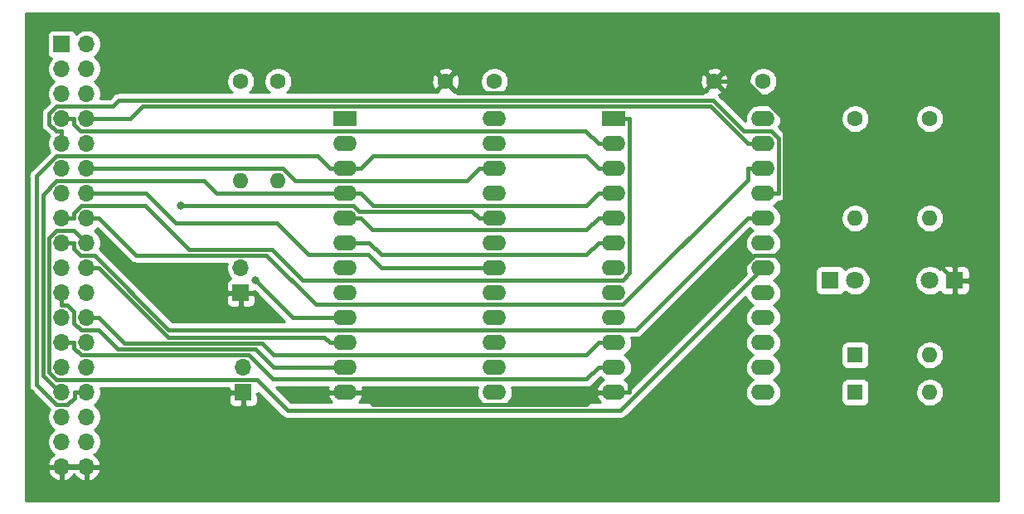
<source format=gbl>
G04 #@! TF.GenerationSoftware,KiCad,Pcbnew,(5.1.5)-3*
G04 #@! TF.CreationDate,2020-04-30T22:35:48+12:00*
G04 #@! TF.ProjectId,ALU_Tester,414c555f-5465-4737-9465-722e6b696361,rev?*
G04 #@! TF.SameCoordinates,Original*
G04 #@! TF.FileFunction,Copper,L2,Bot*
G04 #@! TF.FilePolarity,Positive*
%FSLAX46Y46*%
G04 Gerber Fmt 4.6, Leading zero omitted, Abs format (unit mm)*
G04 Created by KiCad (PCBNEW (5.1.5)-3) date 2020-04-30 22:35:48*
%MOMM*%
%LPD*%
G04 APERTURE LIST*
%ADD10O,2.400000X1.600000*%
%ADD11R,2.400000X1.600000*%
%ADD12O,1.700000X1.700000*%
%ADD13R,1.700000X1.700000*%
%ADD14O,1.600000X1.600000*%
%ADD15C,1.600000*%
%ADD16C,1.800000*%
%ADD17R,1.800000X1.800000*%
%ADD18R,1.600000X1.600000*%
%ADD19C,0.800000*%
%ADD20C,0.400000*%
%ADD21C,0.500000*%
%ADD22C,0.254000*%
G04 APERTURE END LIST*
D10*
X145288000Y-82550000D03*
X130048000Y-110490000D03*
X145288000Y-85090000D03*
X130048000Y-107950000D03*
X145288000Y-87630000D03*
X130048000Y-105410000D03*
X145288000Y-90170000D03*
X130048000Y-102870000D03*
X145288000Y-92710000D03*
X130048000Y-100330000D03*
X145288000Y-95250000D03*
X130048000Y-97790000D03*
X145288000Y-97790000D03*
X130048000Y-95250000D03*
X145288000Y-100330000D03*
X130048000Y-92710000D03*
X145288000Y-102870000D03*
X130048000Y-90170000D03*
X145288000Y-105410000D03*
X130048000Y-87630000D03*
X145288000Y-107950000D03*
X130048000Y-85090000D03*
X145288000Y-110490000D03*
D11*
X130048000Y-82550000D03*
D10*
X117856000Y-82550000D03*
X102616000Y-110490000D03*
X117856000Y-85090000D03*
X102616000Y-107950000D03*
X117856000Y-87630000D03*
X102616000Y-105410000D03*
X117856000Y-90170000D03*
X102616000Y-102870000D03*
X117856000Y-92710000D03*
X102616000Y-100330000D03*
X117856000Y-95250000D03*
X102616000Y-97790000D03*
X117856000Y-97790000D03*
X102616000Y-95250000D03*
X117856000Y-100330000D03*
X102616000Y-92710000D03*
X117856000Y-102870000D03*
X102616000Y-90170000D03*
X117856000Y-105410000D03*
X102616000Y-87630000D03*
X117856000Y-107950000D03*
X102616000Y-85090000D03*
X117856000Y-110490000D03*
D11*
X102616000Y-82550000D03*
D12*
X92202000Y-107950000D03*
D13*
X92202000Y-110490000D03*
D14*
X154686000Y-92710000D03*
D15*
X154686000Y-82550000D03*
D14*
X162306000Y-92710000D03*
D15*
X162306000Y-82550000D03*
D14*
X91948000Y-88900000D03*
D15*
X91948000Y-78740000D03*
D14*
X95758000Y-88900000D03*
D15*
X95758000Y-78740000D03*
D12*
X91948000Y-97790000D03*
D13*
X91948000Y-100330000D03*
D12*
X76200000Y-118110000D03*
X73660000Y-118110000D03*
X76200000Y-115570000D03*
X73660000Y-115570000D03*
X76200000Y-113030000D03*
X73660000Y-113030000D03*
X76200000Y-110490000D03*
X73660000Y-110490000D03*
X76200000Y-107950000D03*
X73660000Y-107950000D03*
X76200000Y-105410000D03*
X73660000Y-105410000D03*
X76200000Y-102870000D03*
X73660000Y-102870000D03*
X76200000Y-100330000D03*
X73660000Y-100330000D03*
X76200000Y-97790000D03*
X73660000Y-97790000D03*
X76200000Y-95250000D03*
X73660000Y-95250000D03*
X76200000Y-92710000D03*
X73660000Y-92710000D03*
X76200000Y-90170000D03*
X73660000Y-90170000D03*
X76200000Y-87630000D03*
X73660000Y-87630000D03*
X76200000Y-85090000D03*
X73660000Y-85090000D03*
X76200000Y-82550000D03*
X73660000Y-82550000D03*
X76200000Y-80010000D03*
X73660000Y-80010000D03*
X76200000Y-77470000D03*
X73660000Y-77470000D03*
X76200000Y-74930000D03*
D13*
X73660000Y-74930000D03*
D16*
X154686000Y-99060000D03*
D17*
X152146000Y-99060000D03*
D16*
X162306000Y-99060000D03*
D17*
X164846000Y-99060000D03*
D14*
X162306000Y-110490000D03*
D18*
X154686000Y-110490000D03*
D14*
X162306000Y-106680000D03*
D18*
X154686000Y-106680000D03*
D15*
X112856000Y-78740000D03*
X117856000Y-78740000D03*
X140288000Y-78740000D03*
X145288000Y-78740000D03*
D19*
X93411700Y-99040300D03*
X85817200Y-91440000D03*
D20*
X114057800Y-79941800D02*
X112856000Y-78740000D01*
X140288000Y-78740000D02*
X139086200Y-79941800D01*
X139086200Y-79941800D02*
X114057800Y-79941800D01*
X147489400Y-95652000D02*
X147489400Y-82639000D01*
X161438000Y-95652000D02*
X164846000Y-99060000D01*
X147489400Y-95652000D02*
X161438000Y-95652000D01*
X147489400Y-82639000D02*
X143590400Y-78740000D01*
X143590400Y-78740000D02*
X140288000Y-78740000D01*
X131648300Y-109303300D02*
X131648300Y-110490000D01*
X144431600Y-96520000D02*
X131648300Y-109303300D01*
X130048000Y-110490000D02*
X131648300Y-110490000D01*
X146621400Y-96520000D02*
X144431600Y-96520000D01*
X147489400Y-95652000D02*
X146621400Y-96520000D01*
X105434600Y-111708300D02*
X104216300Y-110490000D01*
X127229400Y-111708300D02*
X105434600Y-111708300D01*
X102616000Y-110490000D02*
X104216300Y-110490000D01*
X130048000Y-110490000D02*
X128447700Y-110490000D01*
X128447700Y-110490000D02*
X127229400Y-111708300D01*
X92202000Y-110490000D02*
X90951700Y-110490000D01*
X83331700Y-118110000D02*
X90951700Y-110490000D01*
X76200000Y-118110000D02*
X83331700Y-118110000D01*
D21*
X76200000Y-118110000D02*
X73660000Y-118110000D01*
D20*
X102616000Y-87630000D02*
X101015700Y-87630000D01*
X76200000Y-110490000D02*
X74949700Y-110490000D01*
X74949700Y-110490000D02*
X74949700Y-111037000D01*
X74949700Y-111037000D02*
X74226700Y-111760000D01*
X74226700Y-111760000D02*
X73152000Y-111760000D01*
X73152000Y-111760000D02*
X71116600Y-109724600D01*
X71116600Y-109724600D02*
X71116600Y-88398300D01*
X71116600Y-88398300D02*
X73154800Y-86360100D01*
X73154800Y-86360100D02*
X99745800Y-86360100D01*
X99745800Y-86360100D02*
X101015700Y-87630000D01*
X130048000Y-87630000D02*
X128447700Y-87630000D01*
X102616000Y-87630000D02*
X104216300Y-87630000D01*
X104216300Y-87630000D02*
X105486200Y-86360100D01*
X105486200Y-86360100D02*
X127177800Y-86360100D01*
X127177800Y-86360100D02*
X128447700Y-87630000D01*
X128447700Y-90170000D02*
X127191900Y-91425800D01*
X127191900Y-91425800D02*
X105472100Y-91425800D01*
X105472100Y-91425800D02*
X104216300Y-90170000D01*
X102616000Y-90170000D02*
X101015700Y-90170000D01*
X73660000Y-110490000D02*
X73450200Y-110490000D01*
X73450200Y-110490000D02*
X71737400Y-108777200D01*
X71737400Y-108777200D02*
X71737400Y-90319800D01*
X71737400Y-90319800D02*
X73157200Y-88900000D01*
X73157200Y-88900000D02*
X88165800Y-88900000D01*
X88165800Y-88900000D02*
X89435700Y-90169900D01*
X89435700Y-90169900D02*
X101015700Y-90169900D01*
X101015700Y-90169900D02*
X101015700Y-90170000D01*
X103416200Y-90170000D02*
X102616000Y-90170000D01*
X103416200Y-90170000D02*
X104216300Y-90170000D01*
X130048000Y-90170000D02*
X128447700Y-90170000D01*
X130048000Y-92710000D02*
X128447700Y-92710000D01*
X104216300Y-92710000D02*
X105417000Y-93910700D01*
X105417000Y-93910700D02*
X127247000Y-93910700D01*
X127247000Y-93910700D02*
X128447700Y-92710000D01*
X102616000Y-92710000D02*
X104216300Y-92710000D01*
X128447700Y-95250000D02*
X127247200Y-96450500D01*
X127247200Y-96450500D02*
X106265700Y-96450500D01*
X106265700Y-96450500D02*
X105065200Y-95250000D01*
X105065200Y-95250000D02*
X104216300Y-95250000D01*
X130048000Y-95250000D02*
X128447700Y-95250000D01*
X102616000Y-95250000D02*
X104216300Y-95250000D01*
X130048000Y-107950000D02*
X128447700Y-107950000D01*
X73660000Y-105410000D02*
X74910300Y-105410000D01*
X74910300Y-105410000D02*
X74910300Y-105957000D01*
X74910300Y-105957000D02*
X75633200Y-106679900D01*
X75633200Y-106679900D02*
X92727800Y-106679900D01*
X92727800Y-106679900D02*
X95198200Y-109150300D01*
X95198200Y-109150300D02*
X127247400Y-109150300D01*
X127247400Y-109150300D02*
X128447700Y-107950000D01*
X128447700Y-105410000D02*
X127192000Y-106665700D01*
X127192000Y-106665700D02*
X95260700Y-106665700D01*
X95260700Y-106665700D02*
X94074300Y-105479300D01*
X94074300Y-105479300D02*
X80059600Y-105479300D01*
X80059600Y-105479300D02*
X77450300Y-102870000D01*
X130048000Y-105410000D02*
X128447700Y-105410000D01*
X76200000Y-102870000D02*
X77450300Y-102870000D01*
X73660000Y-100330000D02*
X73660000Y-101580300D01*
X73660000Y-101580300D02*
X74207100Y-101580300D01*
X74207100Y-101580300D02*
X74910300Y-102283500D01*
X74910300Y-102283500D02*
X74910300Y-103416500D01*
X74910300Y-103416500D02*
X75633800Y-104140000D01*
X75633800Y-104140000D02*
X77450400Y-104140000D01*
X77450400Y-104140000D02*
X79390000Y-106079600D01*
X79390000Y-106079600D02*
X93401300Y-106079600D01*
X93401300Y-106079600D02*
X95271700Y-107950000D01*
X95271700Y-107950000D02*
X102616000Y-107950000D01*
X101015700Y-105410000D02*
X100484700Y-104879000D01*
X100484700Y-104879000D02*
X84539300Y-104879000D01*
X84539300Y-104879000D02*
X77450300Y-97790000D01*
X102616000Y-105410000D02*
X101015700Y-105410000D01*
X76200000Y-97790000D02*
X77450300Y-97790000D01*
X102616000Y-102870000D02*
X97241400Y-102870000D01*
X97241400Y-102870000D02*
X93411700Y-99040300D01*
X76200000Y-95250000D02*
X74930000Y-93980000D01*
X74930000Y-93980000D02*
X73118400Y-93980000D01*
X73118400Y-93980000D02*
X72348400Y-94750000D01*
X72348400Y-94750000D02*
X72348400Y-108468400D01*
X72348400Y-108468400D02*
X73119600Y-109239600D01*
X73119600Y-109239600D02*
X93590700Y-109239600D01*
X93590700Y-109239600D02*
X96699700Y-112348600D01*
X96699700Y-112348600D02*
X130729400Y-112348600D01*
X130729400Y-112348600D02*
X145288000Y-97790000D01*
X143687700Y-92710000D02*
X132317400Y-104080300D01*
X132317400Y-104080300D02*
X84589700Y-104080300D01*
X84589700Y-104080300D02*
X77009700Y-96500300D01*
X77009700Y-96500300D02*
X75613500Y-96500300D01*
X75613500Y-96500300D02*
X74910300Y-95797100D01*
X74910300Y-95797100D02*
X74910300Y-95250000D01*
X145288000Y-92710000D02*
X143687700Y-92710000D01*
X73660000Y-95250000D02*
X74910300Y-95250000D01*
X145288000Y-87630000D02*
X143687700Y-87630000D01*
X76200000Y-92710000D02*
X77450300Y-92710000D01*
X77450300Y-92710000D02*
X81213800Y-96473500D01*
X81213800Y-96473500D02*
X94571800Y-96473500D01*
X94571800Y-96473500D02*
X99634200Y-101535900D01*
X99634200Y-101535900D02*
X130968500Y-101535900D01*
X130968500Y-101535900D02*
X143687700Y-88816700D01*
X143687700Y-88816700D02*
X143687700Y-87630000D01*
X131648300Y-82550000D02*
X131648300Y-98287400D01*
X131648300Y-98287400D02*
X130931500Y-99004200D01*
X130931500Y-99004200D02*
X98304000Y-99004200D01*
X98304000Y-99004200D02*
X95172900Y-95873100D01*
X95172900Y-95873100D02*
X86626700Y-95873100D01*
X86626700Y-95873100D02*
X82190300Y-91436700D01*
X82190300Y-91436700D02*
X75624000Y-91436700D01*
X75624000Y-91436700D02*
X74910300Y-92150400D01*
X74910300Y-92150400D02*
X74910300Y-92710000D01*
X130048000Y-82550000D02*
X131648300Y-82550000D01*
X73660000Y-92710000D02*
X74910300Y-92710000D01*
X117856000Y-97790000D02*
X106331900Y-97790000D01*
X106331900Y-97790000D02*
X104992400Y-96450500D01*
X104992400Y-96450500D02*
X98858800Y-96450500D01*
X98858800Y-96450500D02*
X95619100Y-93210800D01*
X95619100Y-93210800D02*
X85285900Y-93210800D01*
X85285900Y-93210800D02*
X82245100Y-90170000D01*
X82245100Y-90170000D02*
X76200000Y-90170000D01*
X117856000Y-92710000D02*
X116255700Y-92710000D01*
X116255700Y-92710000D02*
X115571900Y-92026200D01*
X115571900Y-92026200D02*
X104029900Y-92026200D01*
X104029900Y-92026200D02*
X103443700Y-91440000D01*
X103443700Y-91440000D02*
X85817200Y-91440000D01*
X117856000Y-87630000D02*
X116255700Y-87630000D01*
X76200000Y-87630000D02*
X96208200Y-87630000D01*
X96208200Y-87630000D02*
X97478000Y-88899800D01*
X97478000Y-88899800D02*
X114985900Y-88899800D01*
X114985900Y-88899800D02*
X116255700Y-87630000D01*
X145288000Y-90170000D02*
X146888300Y-90170000D01*
X73660000Y-85090000D02*
X73660000Y-83839700D01*
X73660000Y-83839700D02*
X73113000Y-83839700D01*
X73113000Y-83839700D02*
X72395000Y-83121700D01*
X72395000Y-83121700D02*
X72395000Y-82024500D01*
X72395000Y-82024500D02*
X73119900Y-81299600D01*
X73119900Y-81299600D02*
X78861800Y-81299600D01*
X78861800Y-81299600D02*
X79465900Y-80695500D01*
X79465900Y-80695500D02*
X140175200Y-80695500D01*
X140175200Y-80695500D02*
X143299700Y-83820000D01*
X143299700Y-83820000D02*
X146124400Y-83820000D01*
X146124400Y-83820000D02*
X146888300Y-84583900D01*
X146888300Y-84583900D02*
X146888300Y-90170000D01*
X77450300Y-82550000D02*
X80651800Y-82550000D01*
X80651800Y-82550000D02*
X81905900Y-81295900D01*
X81905900Y-81295900D02*
X139893600Y-81295900D01*
X139893600Y-81295900D02*
X143687700Y-85090000D01*
X145288000Y-85090000D02*
X143687700Y-85090000D01*
X76200000Y-82550000D02*
X77450300Y-82550000D01*
X130048000Y-85090000D02*
X128447700Y-85090000D01*
X73660000Y-82550000D02*
X74910300Y-82550000D01*
X74910300Y-82550000D02*
X74910300Y-83097100D01*
X74910300Y-83097100D02*
X75613500Y-83800300D01*
X75613500Y-83800300D02*
X127158000Y-83800300D01*
X127158000Y-83800300D02*
X128447700Y-85090000D01*
D22*
G36*
X169291000Y-121539000D02*
G01*
X69977000Y-121539000D01*
X69977000Y-118466890D01*
X72218524Y-118466890D01*
X72263175Y-118614099D01*
X72388359Y-118876920D01*
X72562412Y-119110269D01*
X72778645Y-119305178D01*
X73028748Y-119454157D01*
X73303109Y-119551481D01*
X73533000Y-119430814D01*
X73533000Y-118237000D01*
X73787000Y-118237000D01*
X73787000Y-119430814D01*
X74016891Y-119551481D01*
X74291252Y-119454157D01*
X74541355Y-119305178D01*
X74757588Y-119110269D01*
X74930000Y-118879120D01*
X75102412Y-119110269D01*
X75318645Y-119305178D01*
X75568748Y-119454157D01*
X75843109Y-119551481D01*
X76073000Y-119430814D01*
X76073000Y-118237000D01*
X76327000Y-118237000D01*
X76327000Y-119430814D01*
X76556891Y-119551481D01*
X76831252Y-119454157D01*
X77081355Y-119305178D01*
X77297588Y-119110269D01*
X77471641Y-118876920D01*
X77596825Y-118614099D01*
X77641476Y-118466890D01*
X77520155Y-118237000D01*
X76327000Y-118237000D01*
X76073000Y-118237000D01*
X73787000Y-118237000D01*
X73533000Y-118237000D01*
X72339845Y-118237000D01*
X72218524Y-118466890D01*
X69977000Y-118466890D01*
X69977000Y-88398300D01*
X70277560Y-88398300D01*
X70281601Y-88439329D01*
X70281600Y-109683582D01*
X70277560Y-109724600D01*
X70281600Y-109765618D01*
X70293682Y-109888288D01*
X70341428Y-110045686D01*
X70418964Y-110190745D01*
X70523309Y-110317891D01*
X70555179Y-110344046D01*
X72421600Y-112210468D01*
X72344010Y-112326589D01*
X72232068Y-112596842D01*
X72175000Y-112883740D01*
X72175000Y-113176260D01*
X72232068Y-113463158D01*
X72344010Y-113733411D01*
X72506525Y-113976632D01*
X72713368Y-114183475D01*
X72887760Y-114300000D01*
X72713368Y-114416525D01*
X72506525Y-114623368D01*
X72344010Y-114866589D01*
X72232068Y-115136842D01*
X72175000Y-115423740D01*
X72175000Y-115716260D01*
X72232068Y-116003158D01*
X72344010Y-116273411D01*
X72506525Y-116516632D01*
X72713368Y-116723475D01*
X72895534Y-116845195D01*
X72778645Y-116914822D01*
X72562412Y-117109731D01*
X72388359Y-117343080D01*
X72263175Y-117605901D01*
X72218524Y-117753110D01*
X72339845Y-117983000D01*
X73533000Y-117983000D01*
X73533000Y-117963000D01*
X73787000Y-117963000D01*
X73787000Y-117983000D01*
X76073000Y-117983000D01*
X76073000Y-117963000D01*
X76327000Y-117963000D01*
X76327000Y-117983000D01*
X77520155Y-117983000D01*
X77641476Y-117753110D01*
X77596825Y-117605901D01*
X77471641Y-117343080D01*
X77297588Y-117109731D01*
X77081355Y-116914822D01*
X76964466Y-116845195D01*
X77146632Y-116723475D01*
X77353475Y-116516632D01*
X77515990Y-116273411D01*
X77627932Y-116003158D01*
X77685000Y-115716260D01*
X77685000Y-115423740D01*
X77627932Y-115136842D01*
X77515990Y-114866589D01*
X77353475Y-114623368D01*
X77146632Y-114416525D01*
X76972240Y-114300000D01*
X77146632Y-114183475D01*
X77353475Y-113976632D01*
X77515990Y-113733411D01*
X77627932Y-113463158D01*
X77685000Y-113176260D01*
X77685000Y-112883740D01*
X77627932Y-112596842D01*
X77515990Y-112326589D01*
X77353475Y-112083368D01*
X77146632Y-111876525D01*
X76972240Y-111760000D01*
X77146632Y-111643475D01*
X77353475Y-111436632D01*
X77418042Y-111340000D01*
X90713928Y-111340000D01*
X90726188Y-111464482D01*
X90762498Y-111584180D01*
X90821463Y-111694494D01*
X90900815Y-111791185D01*
X90997506Y-111870537D01*
X91107820Y-111929502D01*
X91227518Y-111965812D01*
X91352000Y-111978072D01*
X91916250Y-111975000D01*
X92075000Y-111816250D01*
X92075000Y-110617000D01*
X90875750Y-110617000D01*
X90717000Y-110775750D01*
X90713928Y-111340000D01*
X77418042Y-111340000D01*
X77515990Y-111193411D01*
X77627932Y-110923158D01*
X77685000Y-110636260D01*
X77685000Y-110343740D01*
X77631464Y-110074600D01*
X90716294Y-110074600D01*
X90717000Y-110204250D01*
X90875750Y-110363000D01*
X92075000Y-110363000D01*
X92075000Y-110343000D01*
X92329000Y-110343000D01*
X92329000Y-110363000D01*
X92349000Y-110363000D01*
X92349000Y-110617000D01*
X92329000Y-110617000D01*
X92329000Y-111816250D01*
X92487750Y-111975000D01*
X93052000Y-111978072D01*
X93176482Y-111965812D01*
X93296180Y-111929502D01*
X93406494Y-111870537D01*
X93503185Y-111791185D01*
X93582537Y-111694494D01*
X93641502Y-111584180D01*
X93677812Y-111464482D01*
X93690072Y-111340000D01*
X93687000Y-110775750D01*
X93528252Y-110617002D01*
X93687000Y-110617002D01*
X93687000Y-110516768D01*
X96080259Y-112910027D01*
X96106409Y-112941891D01*
X96233554Y-113046236D01*
X96378613Y-113123772D01*
X96536011Y-113171518D01*
X96699700Y-113187640D01*
X96740718Y-113183600D01*
X130688382Y-113183600D01*
X130729400Y-113187640D01*
X130770418Y-113183600D01*
X130770419Y-113183600D01*
X130893089Y-113171518D01*
X131050487Y-113123772D01*
X131195546Y-113046236D01*
X131322691Y-112941891D01*
X131348846Y-112910021D01*
X143514214Y-100744655D01*
X143555818Y-100881808D01*
X143689068Y-101131101D01*
X143868392Y-101349608D01*
X144086899Y-101528932D01*
X144219858Y-101600000D01*
X144086899Y-101671068D01*
X143868392Y-101850392D01*
X143689068Y-102068899D01*
X143555818Y-102318192D01*
X143473764Y-102588691D01*
X143446057Y-102870000D01*
X143473764Y-103151309D01*
X143555818Y-103421808D01*
X143689068Y-103671101D01*
X143868392Y-103889608D01*
X144086899Y-104068932D01*
X144219858Y-104140000D01*
X144086899Y-104211068D01*
X143868392Y-104390392D01*
X143689068Y-104608899D01*
X143555818Y-104858192D01*
X143473764Y-105128691D01*
X143446057Y-105410000D01*
X143473764Y-105691309D01*
X143555818Y-105961808D01*
X143689068Y-106211101D01*
X143868392Y-106429608D01*
X144086899Y-106608932D01*
X144219858Y-106680000D01*
X144086899Y-106751068D01*
X143868392Y-106930392D01*
X143689068Y-107148899D01*
X143555818Y-107398192D01*
X143473764Y-107668691D01*
X143446057Y-107950000D01*
X143473764Y-108231309D01*
X143555818Y-108501808D01*
X143689068Y-108751101D01*
X143868392Y-108969608D01*
X144086899Y-109148932D01*
X144219858Y-109220000D01*
X144086899Y-109291068D01*
X143868392Y-109470392D01*
X143689068Y-109688899D01*
X143555818Y-109938192D01*
X143473764Y-110208691D01*
X143446057Y-110490000D01*
X143473764Y-110771309D01*
X143555818Y-111041808D01*
X143689068Y-111291101D01*
X143868392Y-111509608D01*
X144086899Y-111688932D01*
X144336192Y-111822182D01*
X144606691Y-111904236D01*
X144817508Y-111925000D01*
X145758492Y-111925000D01*
X145969309Y-111904236D01*
X146239808Y-111822182D01*
X146489101Y-111688932D01*
X146707608Y-111509608D01*
X146886932Y-111291101D01*
X147020182Y-111041808D01*
X147102236Y-110771309D01*
X147129943Y-110490000D01*
X147102236Y-110208691D01*
X147020182Y-109938192D01*
X146887521Y-109690000D01*
X153247928Y-109690000D01*
X153247928Y-111290000D01*
X153260188Y-111414482D01*
X153296498Y-111534180D01*
X153355463Y-111644494D01*
X153434815Y-111741185D01*
X153531506Y-111820537D01*
X153641820Y-111879502D01*
X153761518Y-111915812D01*
X153886000Y-111928072D01*
X155486000Y-111928072D01*
X155610482Y-111915812D01*
X155730180Y-111879502D01*
X155840494Y-111820537D01*
X155937185Y-111741185D01*
X156016537Y-111644494D01*
X156075502Y-111534180D01*
X156111812Y-111414482D01*
X156124072Y-111290000D01*
X156124072Y-110348665D01*
X160871000Y-110348665D01*
X160871000Y-110631335D01*
X160926147Y-110908574D01*
X161034320Y-111169727D01*
X161191363Y-111404759D01*
X161391241Y-111604637D01*
X161626273Y-111761680D01*
X161887426Y-111869853D01*
X162164665Y-111925000D01*
X162447335Y-111925000D01*
X162724574Y-111869853D01*
X162985727Y-111761680D01*
X163220759Y-111604637D01*
X163420637Y-111404759D01*
X163577680Y-111169727D01*
X163685853Y-110908574D01*
X163741000Y-110631335D01*
X163741000Y-110348665D01*
X163685853Y-110071426D01*
X163577680Y-109810273D01*
X163420637Y-109575241D01*
X163220759Y-109375363D01*
X162985727Y-109218320D01*
X162724574Y-109110147D01*
X162447335Y-109055000D01*
X162164665Y-109055000D01*
X161887426Y-109110147D01*
X161626273Y-109218320D01*
X161391241Y-109375363D01*
X161191363Y-109575241D01*
X161034320Y-109810273D01*
X160926147Y-110071426D01*
X160871000Y-110348665D01*
X156124072Y-110348665D01*
X156124072Y-109690000D01*
X156111812Y-109565518D01*
X156075502Y-109445820D01*
X156016537Y-109335506D01*
X155937185Y-109238815D01*
X155840494Y-109159463D01*
X155730180Y-109100498D01*
X155610482Y-109064188D01*
X155486000Y-109051928D01*
X153886000Y-109051928D01*
X153761518Y-109064188D01*
X153641820Y-109100498D01*
X153531506Y-109159463D01*
X153434815Y-109238815D01*
X153355463Y-109335506D01*
X153296498Y-109445820D01*
X153260188Y-109565518D01*
X153247928Y-109690000D01*
X146887521Y-109690000D01*
X146886932Y-109688899D01*
X146707608Y-109470392D01*
X146489101Y-109291068D01*
X146356142Y-109220000D01*
X146489101Y-109148932D01*
X146707608Y-108969608D01*
X146886932Y-108751101D01*
X147020182Y-108501808D01*
X147102236Y-108231309D01*
X147129943Y-107950000D01*
X147102236Y-107668691D01*
X147020182Y-107398192D01*
X146886932Y-107148899D01*
X146707608Y-106930392D01*
X146489101Y-106751068D01*
X146356142Y-106680000D01*
X146489101Y-106608932D01*
X146707608Y-106429608D01*
X146886932Y-106211101D01*
X147020182Y-105961808D01*
X147044997Y-105880000D01*
X153247928Y-105880000D01*
X153247928Y-107480000D01*
X153260188Y-107604482D01*
X153296498Y-107724180D01*
X153355463Y-107834494D01*
X153434815Y-107931185D01*
X153531506Y-108010537D01*
X153641820Y-108069502D01*
X153761518Y-108105812D01*
X153886000Y-108118072D01*
X155486000Y-108118072D01*
X155610482Y-108105812D01*
X155730180Y-108069502D01*
X155840494Y-108010537D01*
X155937185Y-107931185D01*
X156016537Y-107834494D01*
X156075502Y-107724180D01*
X156111812Y-107604482D01*
X156124072Y-107480000D01*
X156124072Y-106538665D01*
X160871000Y-106538665D01*
X160871000Y-106821335D01*
X160926147Y-107098574D01*
X161034320Y-107359727D01*
X161191363Y-107594759D01*
X161391241Y-107794637D01*
X161626273Y-107951680D01*
X161887426Y-108059853D01*
X162164665Y-108115000D01*
X162447335Y-108115000D01*
X162724574Y-108059853D01*
X162985727Y-107951680D01*
X163220759Y-107794637D01*
X163420637Y-107594759D01*
X163577680Y-107359727D01*
X163685853Y-107098574D01*
X163741000Y-106821335D01*
X163741000Y-106538665D01*
X163685853Y-106261426D01*
X163577680Y-106000273D01*
X163420637Y-105765241D01*
X163220759Y-105565363D01*
X162985727Y-105408320D01*
X162724574Y-105300147D01*
X162447335Y-105245000D01*
X162164665Y-105245000D01*
X161887426Y-105300147D01*
X161626273Y-105408320D01*
X161391241Y-105565363D01*
X161191363Y-105765241D01*
X161034320Y-106000273D01*
X160926147Y-106261426D01*
X160871000Y-106538665D01*
X156124072Y-106538665D01*
X156124072Y-105880000D01*
X156111812Y-105755518D01*
X156075502Y-105635820D01*
X156016537Y-105525506D01*
X155937185Y-105428815D01*
X155840494Y-105349463D01*
X155730180Y-105290498D01*
X155610482Y-105254188D01*
X155486000Y-105241928D01*
X153886000Y-105241928D01*
X153761518Y-105254188D01*
X153641820Y-105290498D01*
X153531506Y-105349463D01*
X153434815Y-105428815D01*
X153355463Y-105525506D01*
X153296498Y-105635820D01*
X153260188Y-105755518D01*
X153247928Y-105880000D01*
X147044997Y-105880000D01*
X147102236Y-105691309D01*
X147129943Y-105410000D01*
X147102236Y-105128691D01*
X147020182Y-104858192D01*
X146886932Y-104608899D01*
X146707608Y-104390392D01*
X146489101Y-104211068D01*
X146356142Y-104140000D01*
X146489101Y-104068932D01*
X146707608Y-103889608D01*
X146886932Y-103671101D01*
X147020182Y-103421808D01*
X147102236Y-103151309D01*
X147129943Y-102870000D01*
X147102236Y-102588691D01*
X147020182Y-102318192D01*
X146886932Y-102068899D01*
X146707608Y-101850392D01*
X146489101Y-101671068D01*
X146356142Y-101600000D01*
X146489101Y-101528932D01*
X146707608Y-101349608D01*
X146886932Y-101131101D01*
X147020182Y-100881808D01*
X147102236Y-100611309D01*
X147129943Y-100330000D01*
X147102236Y-100048691D01*
X147020182Y-99778192D01*
X146886932Y-99528899D01*
X146707608Y-99310392D01*
X146489101Y-99131068D01*
X146356142Y-99060000D01*
X146489101Y-98988932D01*
X146707608Y-98809608D01*
X146886932Y-98591101D01*
X147020182Y-98341808D01*
X147075332Y-98160000D01*
X150607928Y-98160000D01*
X150607928Y-99960000D01*
X150620188Y-100084482D01*
X150656498Y-100204180D01*
X150715463Y-100314494D01*
X150794815Y-100411185D01*
X150891506Y-100490537D01*
X151001820Y-100549502D01*
X151121518Y-100585812D01*
X151246000Y-100598072D01*
X153046000Y-100598072D01*
X153170482Y-100585812D01*
X153290180Y-100549502D01*
X153400494Y-100490537D01*
X153497185Y-100411185D01*
X153576537Y-100314494D01*
X153635502Y-100204180D01*
X153641056Y-100185873D01*
X153707495Y-100252312D01*
X153958905Y-100420299D01*
X154238257Y-100536011D01*
X154534816Y-100595000D01*
X154837184Y-100595000D01*
X155133743Y-100536011D01*
X155413095Y-100420299D01*
X155664505Y-100252312D01*
X155878312Y-100038505D01*
X156046299Y-99787095D01*
X156162011Y-99507743D01*
X156221000Y-99211184D01*
X156221000Y-98908816D01*
X160771000Y-98908816D01*
X160771000Y-99211184D01*
X160829989Y-99507743D01*
X160945701Y-99787095D01*
X161113688Y-100038505D01*
X161327495Y-100252312D01*
X161578905Y-100420299D01*
X161858257Y-100536011D01*
X162154816Y-100595000D01*
X162457184Y-100595000D01*
X162753743Y-100536011D01*
X163033095Y-100420299D01*
X163284505Y-100252312D01*
X163350944Y-100185873D01*
X163356498Y-100204180D01*
X163415463Y-100314494D01*
X163494815Y-100411185D01*
X163591506Y-100490537D01*
X163701820Y-100549502D01*
X163821518Y-100585812D01*
X163946000Y-100598072D01*
X164560250Y-100595000D01*
X164719000Y-100436250D01*
X164719000Y-99187000D01*
X164973000Y-99187000D01*
X164973000Y-100436250D01*
X165131750Y-100595000D01*
X165746000Y-100598072D01*
X165870482Y-100585812D01*
X165990180Y-100549502D01*
X166100494Y-100490537D01*
X166197185Y-100411185D01*
X166276537Y-100314494D01*
X166335502Y-100204180D01*
X166371812Y-100084482D01*
X166384072Y-99960000D01*
X166381000Y-99345750D01*
X166222250Y-99187000D01*
X164973000Y-99187000D01*
X164719000Y-99187000D01*
X164699000Y-99187000D01*
X164699000Y-98933000D01*
X164719000Y-98933000D01*
X164719000Y-97683750D01*
X164973000Y-97683750D01*
X164973000Y-98933000D01*
X166222250Y-98933000D01*
X166381000Y-98774250D01*
X166384072Y-98160000D01*
X166371812Y-98035518D01*
X166335502Y-97915820D01*
X166276537Y-97805506D01*
X166197185Y-97708815D01*
X166100494Y-97629463D01*
X165990180Y-97570498D01*
X165870482Y-97534188D01*
X165746000Y-97521928D01*
X165131750Y-97525000D01*
X164973000Y-97683750D01*
X164719000Y-97683750D01*
X164560250Y-97525000D01*
X163946000Y-97521928D01*
X163821518Y-97534188D01*
X163701820Y-97570498D01*
X163591506Y-97629463D01*
X163494815Y-97708815D01*
X163415463Y-97805506D01*
X163356498Y-97915820D01*
X163350944Y-97934127D01*
X163284505Y-97867688D01*
X163033095Y-97699701D01*
X162753743Y-97583989D01*
X162457184Y-97525000D01*
X162154816Y-97525000D01*
X161858257Y-97583989D01*
X161578905Y-97699701D01*
X161327495Y-97867688D01*
X161113688Y-98081495D01*
X160945701Y-98332905D01*
X160829989Y-98612257D01*
X160771000Y-98908816D01*
X156221000Y-98908816D01*
X156162011Y-98612257D01*
X156046299Y-98332905D01*
X155878312Y-98081495D01*
X155664505Y-97867688D01*
X155413095Y-97699701D01*
X155133743Y-97583989D01*
X154837184Y-97525000D01*
X154534816Y-97525000D01*
X154238257Y-97583989D01*
X153958905Y-97699701D01*
X153707495Y-97867688D01*
X153641056Y-97934127D01*
X153635502Y-97915820D01*
X153576537Y-97805506D01*
X153497185Y-97708815D01*
X153400494Y-97629463D01*
X153290180Y-97570498D01*
X153170482Y-97534188D01*
X153046000Y-97521928D01*
X151246000Y-97521928D01*
X151121518Y-97534188D01*
X151001820Y-97570498D01*
X150891506Y-97629463D01*
X150794815Y-97708815D01*
X150715463Y-97805506D01*
X150656498Y-97915820D01*
X150620188Y-98035518D01*
X150607928Y-98160000D01*
X147075332Y-98160000D01*
X147102236Y-98071309D01*
X147129943Y-97790000D01*
X147102236Y-97508691D01*
X147020182Y-97238192D01*
X146886932Y-96988899D01*
X146707608Y-96770392D01*
X146489101Y-96591068D01*
X146356142Y-96520000D01*
X146489101Y-96448932D01*
X146707608Y-96269608D01*
X146886932Y-96051101D01*
X147020182Y-95801808D01*
X147102236Y-95531309D01*
X147129943Y-95250000D01*
X147102236Y-94968691D01*
X147020182Y-94698192D01*
X146886932Y-94448899D01*
X146707608Y-94230392D01*
X146489101Y-94051068D01*
X146356142Y-93980000D01*
X146489101Y-93908932D01*
X146707608Y-93729608D01*
X146886932Y-93511101D01*
X147020182Y-93261808D01*
X147102236Y-92991309D01*
X147129943Y-92710000D01*
X147116023Y-92568665D01*
X153251000Y-92568665D01*
X153251000Y-92851335D01*
X153306147Y-93128574D01*
X153414320Y-93389727D01*
X153571363Y-93624759D01*
X153771241Y-93824637D01*
X154006273Y-93981680D01*
X154267426Y-94089853D01*
X154544665Y-94145000D01*
X154827335Y-94145000D01*
X155104574Y-94089853D01*
X155365727Y-93981680D01*
X155600759Y-93824637D01*
X155800637Y-93624759D01*
X155957680Y-93389727D01*
X156065853Y-93128574D01*
X156121000Y-92851335D01*
X156121000Y-92568665D01*
X160871000Y-92568665D01*
X160871000Y-92851335D01*
X160926147Y-93128574D01*
X161034320Y-93389727D01*
X161191363Y-93624759D01*
X161391241Y-93824637D01*
X161626273Y-93981680D01*
X161887426Y-94089853D01*
X162164665Y-94145000D01*
X162447335Y-94145000D01*
X162724574Y-94089853D01*
X162985727Y-93981680D01*
X163220759Y-93824637D01*
X163420637Y-93624759D01*
X163577680Y-93389727D01*
X163685853Y-93128574D01*
X163741000Y-92851335D01*
X163741000Y-92568665D01*
X163685853Y-92291426D01*
X163577680Y-92030273D01*
X163420637Y-91795241D01*
X163220759Y-91595363D01*
X162985727Y-91438320D01*
X162724574Y-91330147D01*
X162447335Y-91275000D01*
X162164665Y-91275000D01*
X161887426Y-91330147D01*
X161626273Y-91438320D01*
X161391241Y-91595363D01*
X161191363Y-91795241D01*
X161034320Y-92030273D01*
X160926147Y-92291426D01*
X160871000Y-92568665D01*
X156121000Y-92568665D01*
X156065853Y-92291426D01*
X155957680Y-92030273D01*
X155800637Y-91795241D01*
X155600759Y-91595363D01*
X155365727Y-91438320D01*
X155104574Y-91330147D01*
X154827335Y-91275000D01*
X154544665Y-91275000D01*
X154267426Y-91330147D01*
X154006273Y-91438320D01*
X153771241Y-91595363D01*
X153571363Y-91795241D01*
X153414320Y-92030273D01*
X153306147Y-92291426D01*
X153251000Y-92568665D01*
X147116023Y-92568665D01*
X147102236Y-92428691D01*
X147020182Y-92158192D01*
X146886932Y-91908899D01*
X146707608Y-91690392D01*
X146489101Y-91511068D01*
X146356142Y-91440000D01*
X146489101Y-91368932D01*
X146707608Y-91189608D01*
X146858227Y-91006078D01*
X146888300Y-91009040D01*
X147051989Y-90992918D01*
X147209387Y-90945172D01*
X147354446Y-90867636D01*
X147481591Y-90763291D01*
X147585936Y-90636146D01*
X147663472Y-90491087D01*
X147711218Y-90333689D01*
X147723300Y-90211019D01*
X147723300Y-90211018D01*
X147727340Y-90170000D01*
X147723300Y-90128981D01*
X147723300Y-84624918D01*
X147727340Y-84583900D01*
X147711218Y-84420212D01*
X147711075Y-84419738D01*
X147663472Y-84262813D01*
X147585936Y-84117754D01*
X147481591Y-83990609D01*
X147449733Y-83964464D01*
X146864140Y-83378873D01*
X146886932Y-83351101D01*
X147020182Y-83101808D01*
X147102236Y-82831309D01*
X147129943Y-82550000D01*
X147116023Y-82408665D01*
X153251000Y-82408665D01*
X153251000Y-82691335D01*
X153306147Y-82968574D01*
X153414320Y-83229727D01*
X153571363Y-83464759D01*
X153771241Y-83664637D01*
X154006273Y-83821680D01*
X154267426Y-83929853D01*
X154544665Y-83985000D01*
X154827335Y-83985000D01*
X155104574Y-83929853D01*
X155365727Y-83821680D01*
X155600759Y-83664637D01*
X155800637Y-83464759D01*
X155957680Y-83229727D01*
X156065853Y-82968574D01*
X156121000Y-82691335D01*
X156121000Y-82408665D01*
X160871000Y-82408665D01*
X160871000Y-82691335D01*
X160926147Y-82968574D01*
X161034320Y-83229727D01*
X161191363Y-83464759D01*
X161391241Y-83664637D01*
X161626273Y-83821680D01*
X161887426Y-83929853D01*
X162164665Y-83985000D01*
X162447335Y-83985000D01*
X162724574Y-83929853D01*
X162985727Y-83821680D01*
X163220759Y-83664637D01*
X163420637Y-83464759D01*
X163577680Y-83229727D01*
X163685853Y-82968574D01*
X163741000Y-82691335D01*
X163741000Y-82408665D01*
X163685853Y-82131426D01*
X163577680Y-81870273D01*
X163420637Y-81635241D01*
X163220759Y-81435363D01*
X162985727Y-81278320D01*
X162724574Y-81170147D01*
X162447335Y-81115000D01*
X162164665Y-81115000D01*
X161887426Y-81170147D01*
X161626273Y-81278320D01*
X161391241Y-81435363D01*
X161191363Y-81635241D01*
X161034320Y-81870273D01*
X160926147Y-82131426D01*
X160871000Y-82408665D01*
X156121000Y-82408665D01*
X156065853Y-82131426D01*
X155957680Y-81870273D01*
X155800637Y-81635241D01*
X155600759Y-81435363D01*
X155365727Y-81278320D01*
X155104574Y-81170147D01*
X154827335Y-81115000D01*
X154544665Y-81115000D01*
X154267426Y-81170147D01*
X154006273Y-81278320D01*
X153771241Y-81435363D01*
X153571363Y-81635241D01*
X153414320Y-81870273D01*
X153306147Y-82131426D01*
X153251000Y-82408665D01*
X147116023Y-82408665D01*
X147102236Y-82268691D01*
X147020182Y-81998192D01*
X146886932Y-81748899D01*
X146707608Y-81530392D01*
X146489101Y-81351068D01*
X146239808Y-81217818D01*
X145969309Y-81135764D01*
X145758492Y-81115000D01*
X144817508Y-81115000D01*
X144606691Y-81135764D01*
X144336192Y-81217818D01*
X144086899Y-81351068D01*
X143868392Y-81530392D01*
X143689068Y-81748899D01*
X143555818Y-81998192D01*
X143473764Y-82268691D01*
X143446057Y-82550000D01*
X143471785Y-82811217D01*
X140794646Y-80134079D01*
X140768491Y-80102209D01*
X140759969Y-80095215D01*
X140904292Y-80043603D01*
X141029514Y-79976671D01*
X141101097Y-79732702D01*
X140288000Y-78919605D01*
X139474903Y-79732702D01*
X139512400Y-79860500D01*
X118761984Y-79860500D01*
X118770759Y-79854637D01*
X118970637Y-79654759D01*
X119127680Y-79419727D01*
X119235853Y-79158574D01*
X119291000Y-78881335D01*
X119291000Y-78810512D01*
X138847783Y-78810512D01*
X138889213Y-79090130D01*
X138984397Y-79356292D01*
X139051329Y-79481514D01*
X139295298Y-79553097D01*
X140108395Y-78740000D01*
X140467605Y-78740000D01*
X141280702Y-79553097D01*
X141524671Y-79481514D01*
X141645571Y-79226004D01*
X141714300Y-78951816D01*
X141728217Y-78669488D01*
X141717724Y-78598665D01*
X143853000Y-78598665D01*
X143853000Y-78881335D01*
X143908147Y-79158574D01*
X144016320Y-79419727D01*
X144173363Y-79654759D01*
X144373241Y-79854637D01*
X144608273Y-80011680D01*
X144869426Y-80119853D01*
X145146665Y-80175000D01*
X145429335Y-80175000D01*
X145706574Y-80119853D01*
X145967727Y-80011680D01*
X146202759Y-79854637D01*
X146402637Y-79654759D01*
X146559680Y-79419727D01*
X146667853Y-79158574D01*
X146723000Y-78881335D01*
X146723000Y-78598665D01*
X146667853Y-78321426D01*
X146559680Y-78060273D01*
X146402637Y-77825241D01*
X146202759Y-77625363D01*
X145967727Y-77468320D01*
X145706574Y-77360147D01*
X145429335Y-77305000D01*
X145146665Y-77305000D01*
X144869426Y-77360147D01*
X144608273Y-77468320D01*
X144373241Y-77625363D01*
X144173363Y-77825241D01*
X144016320Y-78060273D01*
X143908147Y-78321426D01*
X143853000Y-78598665D01*
X141717724Y-78598665D01*
X141686787Y-78389870D01*
X141591603Y-78123708D01*
X141524671Y-77998486D01*
X141280702Y-77926903D01*
X140467605Y-78740000D01*
X140108395Y-78740000D01*
X139295298Y-77926903D01*
X139051329Y-77998486D01*
X138930429Y-78253996D01*
X138861700Y-78528184D01*
X138847783Y-78810512D01*
X119291000Y-78810512D01*
X119291000Y-78598665D01*
X119235853Y-78321426D01*
X119127680Y-78060273D01*
X118970637Y-77825241D01*
X118892694Y-77747298D01*
X139474903Y-77747298D01*
X140288000Y-78560395D01*
X141101097Y-77747298D01*
X141029514Y-77503329D01*
X140774004Y-77382429D01*
X140499816Y-77313700D01*
X140217488Y-77299783D01*
X139937870Y-77341213D01*
X139671708Y-77436397D01*
X139546486Y-77503329D01*
X139474903Y-77747298D01*
X118892694Y-77747298D01*
X118770759Y-77625363D01*
X118535727Y-77468320D01*
X118274574Y-77360147D01*
X117997335Y-77305000D01*
X117714665Y-77305000D01*
X117437426Y-77360147D01*
X117176273Y-77468320D01*
X116941241Y-77625363D01*
X116741363Y-77825241D01*
X116584320Y-78060273D01*
X116476147Y-78321426D01*
X116421000Y-78598665D01*
X116421000Y-78881335D01*
X116476147Y-79158574D01*
X116584320Y-79419727D01*
X116741363Y-79654759D01*
X116941241Y-79854637D01*
X116950016Y-79860500D01*
X113631600Y-79860500D01*
X113669097Y-79732702D01*
X112856000Y-78919605D01*
X112042903Y-79732702D01*
X112080400Y-79860500D01*
X96663984Y-79860500D01*
X96672759Y-79854637D01*
X96872637Y-79654759D01*
X97029680Y-79419727D01*
X97137853Y-79158574D01*
X97193000Y-78881335D01*
X97193000Y-78810512D01*
X111415783Y-78810512D01*
X111457213Y-79090130D01*
X111552397Y-79356292D01*
X111619329Y-79481514D01*
X111863298Y-79553097D01*
X112676395Y-78740000D01*
X113035605Y-78740000D01*
X113848702Y-79553097D01*
X114092671Y-79481514D01*
X114213571Y-79226004D01*
X114282300Y-78951816D01*
X114296217Y-78669488D01*
X114254787Y-78389870D01*
X114159603Y-78123708D01*
X114092671Y-77998486D01*
X113848702Y-77926903D01*
X113035605Y-78740000D01*
X112676395Y-78740000D01*
X111863298Y-77926903D01*
X111619329Y-77998486D01*
X111498429Y-78253996D01*
X111429700Y-78528184D01*
X111415783Y-78810512D01*
X97193000Y-78810512D01*
X97193000Y-78598665D01*
X97137853Y-78321426D01*
X97029680Y-78060273D01*
X96872637Y-77825241D01*
X96794694Y-77747298D01*
X112042903Y-77747298D01*
X112856000Y-78560395D01*
X113669097Y-77747298D01*
X113597514Y-77503329D01*
X113342004Y-77382429D01*
X113067816Y-77313700D01*
X112785488Y-77299783D01*
X112505870Y-77341213D01*
X112239708Y-77436397D01*
X112114486Y-77503329D01*
X112042903Y-77747298D01*
X96794694Y-77747298D01*
X96672759Y-77625363D01*
X96437727Y-77468320D01*
X96176574Y-77360147D01*
X95899335Y-77305000D01*
X95616665Y-77305000D01*
X95339426Y-77360147D01*
X95078273Y-77468320D01*
X94843241Y-77625363D01*
X94643363Y-77825241D01*
X94486320Y-78060273D01*
X94378147Y-78321426D01*
X94323000Y-78598665D01*
X94323000Y-78881335D01*
X94378147Y-79158574D01*
X94486320Y-79419727D01*
X94643363Y-79654759D01*
X94843241Y-79854637D01*
X94852016Y-79860500D01*
X92853984Y-79860500D01*
X92862759Y-79854637D01*
X93062637Y-79654759D01*
X93219680Y-79419727D01*
X93327853Y-79158574D01*
X93383000Y-78881335D01*
X93383000Y-78598665D01*
X93327853Y-78321426D01*
X93219680Y-78060273D01*
X93062637Y-77825241D01*
X92862759Y-77625363D01*
X92627727Y-77468320D01*
X92366574Y-77360147D01*
X92089335Y-77305000D01*
X91806665Y-77305000D01*
X91529426Y-77360147D01*
X91268273Y-77468320D01*
X91033241Y-77625363D01*
X90833363Y-77825241D01*
X90676320Y-78060273D01*
X90568147Y-78321426D01*
X90513000Y-78598665D01*
X90513000Y-78881335D01*
X90568147Y-79158574D01*
X90676320Y-79419727D01*
X90833363Y-79654759D01*
X91033241Y-79854637D01*
X91042016Y-79860500D01*
X79506907Y-79860500D01*
X79465899Y-79856461D01*
X79424891Y-79860500D01*
X79424881Y-79860500D01*
X79302211Y-79872582D01*
X79144813Y-79920328D01*
X78999754Y-79997864D01*
X78872609Y-80102209D01*
X78846458Y-80134074D01*
X78515933Y-80464600D01*
X77619050Y-80464600D01*
X77627932Y-80443158D01*
X77685000Y-80156260D01*
X77685000Y-79863740D01*
X77627932Y-79576842D01*
X77515990Y-79306589D01*
X77353475Y-79063368D01*
X77146632Y-78856525D01*
X76972240Y-78740000D01*
X77146632Y-78623475D01*
X77353475Y-78416632D01*
X77515990Y-78173411D01*
X77627932Y-77903158D01*
X77685000Y-77616260D01*
X77685000Y-77323740D01*
X77627932Y-77036842D01*
X77515990Y-76766589D01*
X77353475Y-76523368D01*
X77146632Y-76316525D01*
X76972240Y-76200000D01*
X77146632Y-76083475D01*
X77353475Y-75876632D01*
X77515990Y-75633411D01*
X77627932Y-75363158D01*
X77685000Y-75076260D01*
X77685000Y-74783740D01*
X77627932Y-74496842D01*
X77515990Y-74226589D01*
X77353475Y-73983368D01*
X77146632Y-73776525D01*
X76903411Y-73614010D01*
X76633158Y-73502068D01*
X76346260Y-73445000D01*
X76053740Y-73445000D01*
X75766842Y-73502068D01*
X75496589Y-73614010D01*
X75253368Y-73776525D01*
X75121513Y-73908380D01*
X75099502Y-73835820D01*
X75040537Y-73725506D01*
X74961185Y-73628815D01*
X74864494Y-73549463D01*
X74754180Y-73490498D01*
X74634482Y-73454188D01*
X74510000Y-73441928D01*
X72810000Y-73441928D01*
X72685518Y-73454188D01*
X72565820Y-73490498D01*
X72455506Y-73549463D01*
X72358815Y-73628815D01*
X72279463Y-73725506D01*
X72220498Y-73835820D01*
X72184188Y-73955518D01*
X72171928Y-74080000D01*
X72171928Y-75780000D01*
X72184188Y-75904482D01*
X72220498Y-76024180D01*
X72279463Y-76134494D01*
X72358815Y-76231185D01*
X72455506Y-76310537D01*
X72565820Y-76369502D01*
X72638380Y-76391513D01*
X72506525Y-76523368D01*
X72344010Y-76766589D01*
X72232068Y-77036842D01*
X72175000Y-77323740D01*
X72175000Y-77616260D01*
X72232068Y-77903158D01*
X72344010Y-78173411D01*
X72506525Y-78416632D01*
X72713368Y-78623475D01*
X72887760Y-78740000D01*
X72713368Y-78856525D01*
X72506525Y-79063368D01*
X72344010Y-79306589D01*
X72232068Y-79576842D01*
X72175000Y-79863740D01*
X72175000Y-80156260D01*
X72232068Y-80443158D01*
X72344010Y-80713411D01*
X72416593Y-80822039D01*
X71833574Y-81405059D01*
X71801710Y-81431209D01*
X71730140Y-81518418D01*
X71697364Y-81558355D01*
X71619828Y-81703414D01*
X71572082Y-81860812D01*
X71555960Y-82024500D01*
X71560001Y-82065528D01*
X71560000Y-83080681D01*
X71555960Y-83121700D01*
X71560000Y-83162718D01*
X71572082Y-83285388D01*
X71619828Y-83442786D01*
X71697364Y-83587845D01*
X71801709Y-83714991D01*
X71833578Y-83741146D01*
X72398088Y-84305656D01*
X72344010Y-84386589D01*
X72232068Y-84656842D01*
X72175000Y-84943740D01*
X72175000Y-85236260D01*
X72232068Y-85523158D01*
X72344010Y-85793411D01*
X72422761Y-85911271D01*
X70555174Y-87778859D01*
X70523310Y-87805009D01*
X70497162Y-87836871D01*
X70418964Y-87932155D01*
X70341428Y-88077214D01*
X70293682Y-88234612D01*
X70277560Y-88398300D01*
X69977000Y-88398300D01*
X69977000Y-71755000D01*
X169291000Y-71755000D01*
X169291000Y-121539000D01*
G37*
X169291000Y-121539000D02*
X69977000Y-121539000D01*
X69977000Y-118466890D01*
X72218524Y-118466890D01*
X72263175Y-118614099D01*
X72388359Y-118876920D01*
X72562412Y-119110269D01*
X72778645Y-119305178D01*
X73028748Y-119454157D01*
X73303109Y-119551481D01*
X73533000Y-119430814D01*
X73533000Y-118237000D01*
X73787000Y-118237000D01*
X73787000Y-119430814D01*
X74016891Y-119551481D01*
X74291252Y-119454157D01*
X74541355Y-119305178D01*
X74757588Y-119110269D01*
X74930000Y-118879120D01*
X75102412Y-119110269D01*
X75318645Y-119305178D01*
X75568748Y-119454157D01*
X75843109Y-119551481D01*
X76073000Y-119430814D01*
X76073000Y-118237000D01*
X76327000Y-118237000D01*
X76327000Y-119430814D01*
X76556891Y-119551481D01*
X76831252Y-119454157D01*
X77081355Y-119305178D01*
X77297588Y-119110269D01*
X77471641Y-118876920D01*
X77596825Y-118614099D01*
X77641476Y-118466890D01*
X77520155Y-118237000D01*
X76327000Y-118237000D01*
X76073000Y-118237000D01*
X73787000Y-118237000D01*
X73533000Y-118237000D01*
X72339845Y-118237000D01*
X72218524Y-118466890D01*
X69977000Y-118466890D01*
X69977000Y-88398300D01*
X70277560Y-88398300D01*
X70281601Y-88439329D01*
X70281600Y-109683582D01*
X70277560Y-109724600D01*
X70281600Y-109765618D01*
X70293682Y-109888288D01*
X70341428Y-110045686D01*
X70418964Y-110190745D01*
X70523309Y-110317891D01*
X70555179Y-110344046D01*
X72421600Y-112210468D01*
X72344010Y-112326589D01*
X72232068Y-112596842D01*
X72175000Y-112883740D01*
X72175000Y-113176260D01*
X72232068Y-113463158D01*
X72344010Y-113733411D01*
X72506525Y-113976632D01*
X72713368Y-114183475D01*
X72887760Y-114300000D01*
X72713368Y-114416525D01*
X72506525Y-114623368D01*
X72344010Y-114866589D01*
X72232068Y-115136842D01*
X72175000Y-115423740D01*
X72175000Y-115716260D01*
X72232068Y-116003158D01*
X72344010Y-116273411D01*
X72506525Y-116516632D01*
X72713368Y-116723475D01*
X72895534Y-116845195D01*
X72778645Y-116914822D01*
X72562412Y-117109731D01*
X72388359Y-117343080D01*
X72263175Y-117605901D01*
X72218524Y-117753110D01*
X72339845Y-117983000D01*
X73533000Y-117983000D01*
X73533000Y-117963000D01*
X73787000Y-117963000D01*
X73787000Y-117983000D01*
X76073000Y-117983000D01*
X76073000Y-117963000D01*
X76327000Y-117963000D01*
X76327000Y-117983000D01*
X77520155Y-117983000D01*
X77641476Y-117753110D01*
X77596825Y-117605901D01*
X77471641Y-117343080D01*
X77297588Y-117109731D01*
X77081355Y-116914822D01*
X76964466Y-116845195D01*
X77146632Y-116723475D01*
X77353475Y-116516632D01*
X77515990Y-116273411D01*
X77627932Y-116003158D01*
X77685000Y-115716260D01*
X77685000Y-115423740D01*
X77627932Y-115136842D01*
X77515990Y-114866589D01*
X77353475Y-114623368D01*
X77146632Y-114416525D01*
X76972240Y-114300000D01*
X77146632Y-114183475D01*
X77353475Y-113976632D01*
X77515990Y-113733411D01*
X77627932Y-113463158D01*
X77685000Y-113176260D01*
X77685000Y-112883740D01*
X77627932Y-112596842D01*
X77515990Y-112326589D01*
X77353475Y-112083368D01*
X77146632Y-111876525D01*
X76972240Y-111760000D01*
X77146632Y-111643475D01*
X77353475Y-111436632D01*
X77418042Y-111340000D01*
X90713928Y-111340000D01*
X90726188Y-111464482D01*
X90762498Y-111584180D01*
X90821463Y-111694494D01*
X90900815Y-111791185D01*
X90997506Y-111870537D01*
X91107820Y-111929502D01*
X91227518Y-111965812D01*
X91352000Y-111978072D01*
X91916250Y-111975000D01*
X92075000Y-111816250D01*
X92075000Y-110617000D01*
X90875750Y-110617000D01*
X90717000Y-110775750D01*
X90713928Y-111340000D01*
X77418042Y-111340000D01*
X77515990Y-111193411D01*
X77627932Y-110923158D01*
X77685000Y-110636260D01*
X77685000Y-110343740D01*
X77631464Y-110074600D01*
X90716294Y-110074600D01*
X90717000Y-110204250D01*
X90875750Y-110363000D01*
X92075000Y-110363000D01*
X92075000Y-110343000D01*
X92329000Y-110343000D01*
X92329000Y-110363000D01*
X92349000Y-110363000D01*
X92349000Y-110617000D01*
X92329000Y-110617000D01*
X92329000Y-111816250D01*
X92487750Y-111975000D01*
X93052000Y-111978072D01*
X93176482Y-111965812D01*
X93296180Y-111929502D01*
X93406494Y-111870537D01*
X93503185Y-111791185D01*
X93582537Y-111694494D01*
X93641502Y-111584180D01*
X93677812Y-111464482D01*
X93690072Y-111340000D01*
X93687000Y-110775750D01*
X93528252Y-110617002D01*
X93687000Y-110617002D01*
X93687000Y-110516768D01*
X96080259Y-112910027D01*
X96106409Y-112941891D01*
X96233554Y-113046236D01*
X96378613Y-113123772D01*
X96536011Y-113171518D01*
X96699700Y-113187640D01*
X96740718Y-113183600D01*
X130688382Y-113183600D01*
X130729400Y-113187640D01*
X130770418Y-113183600D01*
X130770419Y-113183600D01*
X130893089Y-113171518D01*
X131050487Y-113123772D01*
X131195546Y-113046236D01*
X131322691Y-112941891D01*
X131348846Y-112910021D01*
X143514214Y-100744655D01*
X143555818Y-100881808D01*
X143689068Y-101131101D01*
X143868392Y-101349608D01*
X144086899Y-101528932D01*
X144219858Y-101600000D01*
X144086899Y-101671068D01*
X143868392Y-101850392D01*
X143689068Y-102068899D01*
X143555818Y-102318192D01*
X143473764Y-102588691D01*
X143446057Y-102870000D01*
X143473764Y-103151309D01*
X143555818Y-103421808D01*
X143689068Y-103671101D01*
X143868392Y-103889608D01*
X144086899Y-104068932D01*
X144219858Y-104140000D01*
X144086899Y-104211068D01*
X143868392Y-104390392D01*
X143689068Y-104608899D01*
X143555818Y-104858192D01*
X143473764Y-105128691D01*
X143446057Y-105410000D01*
X143473764Y-105691309D01*
X143555818Y-105961808D01*
X143689068Y-106211101D01*
X143868392Y-106429608D01*
X144086899Y-106608932D01*
X144219858Y-106680000D01*
X144086899Y-106751068D01*
X143868392Y-106930392D01*
X143689068Y-107148899D01*
X143555818Y-107398192D01*
X143473764Y-107668691D01*
X143446057Y-107950000D01*
X143473764Y-108231309D01*
X143555818Y-108501808D01*
X143689068Y-108751101D01*
X143868392Y-108969608D01*
X144086899Y-109148932D01*
X144219858Y-109220000D01*
X144086899Y-109291068D01*
X143868392Y-109470392D01*
X143689068Y-109688899D01*
X143555818Y-109938192D01*
X143473764Y-110208691D01*
X143446057Y-110490000D01*
X143473764Y-110771309D01*
X143555818Y-111041808D01*
X143689068Y-111291101D01*
X143868392Y-111509608D01*
X144086899Y-111688932D01*
X144336192Y-111822182D01*
X144606691Y-111904236D01*
X144817508Y-111925000D01*
X145758492Y-111925000D01*
X145969309Y-111904236D01*
X146239808Y-111822182D01*
X146489101Y-111688932D01*
X146707608Y-111509608D01*
X146886932Y-111291101D01*
X147020182Y-111041808D01*
X147102236Y-110771309D01*
X147129943Y-110490000D01*
X147102236Y-110208691D01*
X147020182Y-109938192D01*
X146887521Y-109690000D01*
X153247928Y-109690000D01*
X153247928Y-111290000D01*
X153260188Y-111414482D01*
X153296498Y-111534180D01*
X153355463Y-111644494D01*
X153434815Y-111741185D01*
X153531506Y-111820537D01*
X153641820Y-111879502D01*
X153761518Y-111915812D01*
X153886000Y-111928072D01*
X155486000Y-111928072D01*
X155610482Y-111915812D01*
X155730180Y-111879502D01*
X155840494Y-111820537D01*
X155937185Y-111741185D01*
X156016537Y-111644494D01*
X156075502Y-111534180D01*
X156111812Y-111414482D01*
X156124072Y-111290000D01*
X156124072Y-110348665D01*
X160871000Y-110348665D01*
X160871000Y-110631335D01*
X160926147Y-110908574D01*
X161034320Y-111169727D01*
X161191363Y-111404759D01*
X161391241Y-111604637D01*
X161626273Y-111761680D01*
X161887426Y-111869853D01*
X162164665Y-111925000D01*
X162447335Y-111925000D01*
X162724574Y-111869853D01*
X162985727Y-111761680D01*
X163220759Y-111604637D01*
X163420637Y-111404759D01*
X163577680Y-111169727D01*
X163685853Y-110908574D01*
X163741000Y-110631335D01*
X163741000Y-110348665D01*
X163685853Y-110071426D01*
X163577680Y-109810273D01*
X163420637Y-109575241D01*
X163220759Y-109375363D01*
X162985727Y-109218320D01*
X162724574Y-109110147D01*
X162447335Y-109055000D01*
X162164665Y-109055000D01*
X161887426Y-109110147D01*
X161626273Y-109218320D01*
X161391241Y-109375363D01*
X161191363Y-109575241D01*
X161034320Y-109810273D01*
X160926147Y-110071426D01*
X160871000Y-110348665D01*
X156124072Y-110348665D01*
X156124072Y-109690000D01*
X156111812Y-109565518D01*
X156075502Y-109445820D01*
X156016537Y-109335506D01*
X155937185Y-109238815D01*
X155840494Y-109159463D01*
X155730180Y-109100498D01*
X155610482Y-109064188D01*
X155486000Y-109051928D01*
X153886000Y-109051928D01*
X153761518Y-109064188D01*
X153641820Y-109100498D01*
X153531506Y-109159463D01*
X153434815Y-109238815D01*
X153355463Y-109335506D01*
X153296498Y-109445820D01*
X153260188Y-109565518D01*
X153247928Y-109690000D01*
X146887521Y-109690000D01*
X146886932Y-109688899D01*
X146707608Y-109470392D01*
X146489101Y-109291068D01*
X146356142Y-109220000D01*
X146489101Y-109148932D01*
X146707608Y-108969608D01*
X146886932Y-108751101D01*
X147020182Y-108501808D01*
X147102236Y-108231309D01*
X147129943Y-107950000D01*
X147102236Y-107668691D01*
X147020182Y-107398192D01*
X146886932Y-107148899D01*
X146707608Y-106930392D01*
X146489101Y-106751068D01*
X146356142Y-106680000D01*
X146489101Y-106608932D01*
X146707608Y-106429608D01*
X146886932Y-106211101D01*
X147020182Y-105961808D01*
X147044997Y-105880000D01*
X153247928Y-105880000D01*
X153247928Y-107480000D01*
X153260188Y-107604482D01*
X153296498Y-107724180D01*
X153355463Y-107834494D01*
X153434815Y-107931185D01*
X153531506Y-108010537D01*
X153641820Y-108069502D01*
X153761518Y-108105812D01*
X153886000Y-108118072D01*
X155486000Y-108118072D01*
X155610482Y-108105812D01*
X155730180Y-108069502D01*
X155840494Y-108010537D01*
X155937185Y-107931185D01*
X156016537Y-107834494D01*
X156075502Y-107724180D01*
X156111812Y-107604482D01*
X156124072Y-107480000D01*
X156124072Y-106538665D01*
X160871000Y-106538665D01*
X160871000Y-106821335D01*
X160926147Y-107098574D01*
X161034320Y-107359727D01*
X161191363Y-107594759D01*
X161391241Y-107794637D01*
X161626273Y-107951680D01*
X161887426Y-108059853D01*
X162164665Y-108115000D01*
X162447335Y-108115000D01*
X162724574Y-108059853D01*
X162985727Y-107951680D01*
X163220759Y-107794637D01*
X163420637Y-107594759D01*
X163577680Y-107359727D01*
X163685853Y-107098574D01*
X163741000Y-106821335D01*
X163741000Y-106538665D01*
X163685853Y-106261426D01*
X163577680Y-106000273D01*
X163420637Y-105765241D01*
X163220759Y-105565363D01*
X162985727Y-105408320D01*
X162724574Y-105300147D01*
X162447335Y-105245000D01*
X162164665Y-105245000D01*
X161887426Y-105300147D01*
X161626273Y-105408320D01*
X161391241Y-105565363D01*
X161191363Y-105765241D01*
X161034320Y-106000273D01*
X160926147Y-106261426D01*
X160871000Y-106538665D01*
X156124072Y-106538665D01*
X156124072Y-105880000D01*
X156111812Y-105755518D01*
X156075502Y-105635820D01*
X156016537Y-105525506D01*
X155937185Y-105428815D01*
X155840494Y-105349463D01*
X155730180Y-105290498D01*
X155610482Y-105254188D01*
X155486000Y-105241928D01*
X153886000Y-105241928D01*
X153761518Y-105254188D01*
X153641820Y-105290498D01*
X153531506Y-105349463D01*
X153434815Y-105428815D01*
X153355463Y-105525506D01*
X153296498Y-105635820D01*
X153260188Y-105755518D01*
X153247928Y-105880000D01*
X147044997Y-105880000D01*
X147102236Y-105691309D01*
X147129943Y-105410000D01*
X147102236Y-105128691D01*
X147020182Y-104858192D01*
X146886932Y-104608899D01*
X146707608Y-104390392D01*
X146489101Y-104211068D01*
X146356142Y-104140000D01*
X146489101Y-104068932D01*
X146707608Y-103889608D01*
X146886932Y-103671101D01*
X147020182Y-103421808D01*
X147102236Y-103151309D01*
X147129943Y-102870000D01*
X147102236Y-102588691D01*
X147020182Y-102318192D01*
X146886932Y-102068899D01*
X146707608Y-101850392D01*
X146489101Y-101671068D01*
X146356142Y-101600000D01*
X146489101Y-101528932D01*
X146707608Y-101349608D01*
X146886932Y-101131101D01*
X147020182Y-100881808D01*
X147102236Y-100611309D01*
X147129943Y-100330000D01*
X147102236Y-100048691D01*
X147020182Y-99778192D01*
X146886932Y-99528899D01*
X146707608Y-99310392D01*
X146489101Y-99131068D01*
X146356142Y-99060000D01*
X146489101Y-98988932D01*
X146707608Y-98809608D01*
X146886932Y-98591101D01*
X147020182Y-98341808D01*
X147075332Y-98160000D01*
X150607928Y-98160000D01*
X150607928Y-99960000D01*
X150620188Y-100084482D01*
X150656498Y-100204180D01*
X150715463Y-100314494D01*
X150794815Y-100411185D01*
X150891506Y-100490537D01*
X151001820Y-100549502D01*
X151121518Y-100585812D01*
X151246000Y-100598072D01*
X153046000Y-100598072D01*
X153170482Y-100585812D01*
X153290180Y-100549502D01*
X153400494Y-100490537D01*
X153497185Y-100411185D01*
X153576537Y-100314494D01*
X153635502Y-100204180D01*
X153641056Y-100185873D01*
X153707495Y-100252312D01*
X153958905Y-100420299D01*
X154238257Y-100536011D01*
X154534816Y-100595000D01*
X154837184Y-100595000D01*
X155133743Y-100536011D01*
X155413095Y-100420299D01*
X155664505Y-100252312D01*
X155878312Y-100038505D01*
X156046299Y-99787095D01*
X156162011Y-99507743D01*
X156221000Y-99211184D01*
X156221000Y-98908816D01*
X160771000Y-98908816D01*
X160771000Y-99211184D01*
X160829989Y-99507743D01*
X160945701Y-99787095D01*
X161113688Y-100038505D01*
X161327495Y-100252312D01*
X161578905Y-100420299D01*
X161858257Y-100536011D01*
X162154816Y-100595000D01*
X162457184Y-100595000D01*
X162753743Y-100536011D01*
X163033095Y-100420299D01*
X163284505Y-100252312D01*
X163350944Y-100185873D01*
X163356498Y-100204180D01*
X163415463Y-100314494D01*
X163494815Y-100411185D01*
X163591506Y-100490537D01*
X163701820Y-100549502D01*
X163821518Y-100585812D01*
X163946000Y-100598072D01*
X164560250Y-100595000D01*
X164719000Y-100436250D01*
X164719000Y-99187000D01*
X164973000Y-99187000D01*
X164973000Y-100436250D01*
X165131750Y-100595000D01*
X165746000Y-100598072D01*
X165870482Y-100585812D01*
X165990180Y-100549502D01*
X166100494Y-100490537D01*
X166197185Y-100411185D01*
X166276537Y-100314494D01*
X166335502Y-100204180D01*
X166371812Y-100084482D01*
X166384072Y-99960000D01*
X166381000Y-99345750D01*
X166222250Y-99187000D01*
X164973000Y-99187000D01*
X164719000Y-99187000D01*
X164699000Y-99187000D01*
X164699000Y-98933000D01*
X164719000Y-98933000D01*
X164719000Y-97683750D01*
X164973000Y-97683750D01*
X164973000Y-98933000D01*
X166222250Y-98933000D01*
X166381000Y-98774250D01*
X166384072Y-98160000D01*
X166371812Y-98035518D01*
X166335502Y-97915820D01*
X166276537Y-97805506D01*
X166197185Y-97708815D01*
X166100494Y-97629463D01*
X165990180Y-97570498D01*
X165870482Y-97534188D01*
X165746000Y-97521928D01*
X165131750Y-97525000D01*
X164973000Y-97683750D01*
X164719000Y-97683750D01*
X164560250Y-97525000D01*
X163946000Y-97521928D01*
X163821518Y-97534188D01*
X163701820Y-97570498D01*
X163591506Y-97629463D01*
X163494815Y-97708815D01*
X163415463Y-97805506D01*
X163356498Y-97915820D01*
X163350944Y-97934127D01*
X163284505Y-97867688D01*
X163033095Y-97699701D01*
X162753743Y-97583989D01*
X162457184Y-97525000D01*
X162154816Y-97525000D01*
X161858257Y-97583989D01*
X161578905Y-97699701D01*
X161327495Y-97867688D01*
X161113688Y-98081495D01*
X160945701Y-98332905D01*
X160829989Y-98612257D01*
X160771000Y-98908816D01*
X156221000Y-98908816D01*
X156162011Y-98612257D01*
X156046299Y-98332905D01*
X155878312Y-98081495D01*
X155664505Y-97867688D01*
X155413095Y-97699701D01*
X155133743Y-97583989D01*
X154837184Y-97525000D01*
X154534816Y-97525000D01*
X154238257Y-97583989D01*
X153958905Y-97699701D01*
X153707495Y-97867688D01*
X153641056Y-97934127D01*
X153635502Y-97915820D01*
X153576537Y-97805506D01*
X153497185Y-97708815D01*
X153400494Y-97629463D01*
X153290180Y-97570498D01*
X153170482Y-97534188D01*
X153046000Y-97521928D01*
X151246000Y-97521928D01*
X151121518Y-97534188D01*
X151001820Y-97570498D01*
X150891506Y-97629463D01*
X150794815Y-97708815D01*
X150715463Y-97805506D01*
X150656498Y-97915820D01*
X150620188Y-98035518D01*
X150607928Y-98160000D01*
X147075332Y-98160000D01*
X147102236Y-98071309D01*
X147129943Y-97790000D01*
X147102236Y-97508691D01*
X147020182Y-97238192D01*
X146886932Y-96988899D01*
X146707608Y-96770392D01*
X146489101Y-96591068D01*
X146356142Y-96520000D01*
X146489101Y-96448932D01*
X146707608Y-96269608D01*
X146886932Y-96051101D01*
X147020182Y-95801808D01*
X147102236Y-95531309D01*
X147129943Y-95250000D01*
X147102236Y-94968691D01*
X147020182Y-94698192D01*
X146886932Y-94448899D01*
X146707608Y-94230392D01*
X146489101Y-94051068D01*
X146356142Y-93980000D01*
X146489101Y-93908932D01*
X146707608Y-93729608D01*
X146886932Y-93511101D01*
X147020182Y-93261808D01*
X147102236Y-92991309D01*
X147129943Y-92710000D01*
X147116023Y-92568665D01*
X153251000Y-92568665D01*
X153251000Y-92851335D01*
X153306147Y-93128574D01*
X153414320Y-93389727D01*
X153571363Y-93624759D01*
X153771241Y-93824637D01*
X154006273Y-93981680D01*
X154267426Y-94089853D01*
X154544665Y-94145000D01*
X154827335Y-94145000D01*
X155104574Y-94089853D01*
X155365727Y-93981680D01*
X155600759Y-93824637D01*
X155800637Y-93624759D01*
X155957680Y-93389727D01*
X156065853Y-93128574D01*
X156121000Y-92851335D01*
X156121000Y-92568665D01*
X160871000Y-92568665D01*
X160871000Y-92851335D01*
X160926147Y-93128574D01*
X161034320Y-93389727D01*
X161191363Y-93624759D01*
X161391241Y-93824637D01*
X161626273Y-93981680D01*
X161887426Y-94089853D01*
X162164665Y-94145000D01*
X162447335Y-94145000D01*
X162724574Y-94089853D01*
X162985727Y-93981680D01*
X163220759Y-93824637D01*
X163420637Y-93624759D01*
X163577680Y-93389727D01*
X163685853Y-93128574D01*
X163741000Y-92851335D01*
X163741000Y-92568665D01*
X163685853Y-92291426D01*
X163577680Y-92030273D01*
X163420637Y-91795241D01*
X163220759Y-91595363D01*
X162985727Y-91438320D01*
X162724574Y-91330147D01*
X162447335Y-91275000D01*
X162164665Y-91275000D01*
X161887426Y-91330147D01*
X161626273Y-91438320D01*
X161391241Y-91595363D01*
X161191363Y-91795241D01*
X161034320Y-92030273D01*
X160926147Y-92291426D01*
X160871000Y-92568665D01*
X156121000Y-92568665D01*
X156065853Y-92291426D01*
X155957680Y-92030273D01*
X155800637Y-91795241D01*
X155600759Y-91595363D01*
X155365727Y-91438320D01*
X155104574Y-91330147D01*
X154827335Y-91275000D01*
X154544665Y-91275000D01*
X154267426Y-91330147D01*
X154006273Y-91438320D01*
X153771241Y-91595363D01*
X153571363Y-91795241D01*
X153414320Y-92030273D01*
X153306147Y-92291426D01*
X153251000Y-92568665D01*
X147116023Y-92568665D01*
X147102236Y-92428691D01*
X147020182Y-92158192D01*
X146886932Y-91908899D01*
X146707608Y-91690392D01*
X146489101Y-91511068D01*
X146356142Y-91440000D01*
X146489101Y-91368932D01*
X146707608Y-91189608D01*
X146858227Y-91006078D01*
X146888300Y-91009040D01*
X147051989Y-90992918D01*
X147209387Y-90945172D01*
X147354446Y-90867636D01*
X147481591Y-90763291D01*
X147585936Y-90636146D01*
X147663472Y-90491087D01*
X147711218Y-90333689D01*
X147723300Y-90211019D01*
X147723300Y-90211018D01*
X147727340Y-90170000D01*
X147723300Y-90128981D01*
X147723300Y-84624918D01*
X147727340Y-84583900D01*
X147711218Y-84420212D01*
X147711075Y-84419738D01*
X147663472Y-84262813D01*
X147585936Y-84117754D01*
X147481591Y-83990609D01*
X147449733Y-83964464D01*
X146864140Y-83378873D01*
X146886932Y-83351101D01*
X147020182Y-83101808D01*
X147102236Y-82831309D01*
X147129943Y-82550000D01*
X147116023Y-82408665D01*
X153251000Y-82408665D01*
X153251000Y-82691335D01*
X153306147Y-82968574D01*
X153414320Y-83229727D01*
X153571363Y-83464759D01*
X153771241Y-83664637D01*
X154006273Y-83821680D01*
X154267426Y-83929853D01*
X154544665Y-83985000D01*
X154827335Y-83985000D01*
X155104574Y-83929853D01*
X155365727Y-83821680D01*
X155600759Y-83664637D01*
X155800637Y-83464759D01*
X155957680Y-83229727D01*
X156065853Y-82968574D01*
X156121000Y-82691335D01*
X156121000Y-82408665D01*
X160871000Y-82408665D01*
X160871000Y-82691335D01*
X160926147Y-82968574D01*
X161034320Y-83229727D01*
X161191363Y-83464759D01*
X161391241Y-83664637D01*
X161626273Y-83821680D01*
X161887426Y-83929853D01*
X162164665Y-83985000D01*
X162447335Y-83985000D01*
X162724574Y-83929853D01*
X162985727Y-83821680D01*
X163220759Y-83664637D01*
X163420637Y-83464759D01*
X163577680Y-83229727D01*
X163685853Y-82968574D01*
X163741000Y-82691335D01*
X163741000Y-82408665D01*
X163685853Y-82131426D01*
X163577680Y-81870273D01*
X163420637Y-81635241D01*
X163220759Y-81435363D01*
X162985727Y-81278320D01*
X162724574Y-81170147D01*
X162447335Y-81115000D01*
X162164665Y-81115000D01*
X161887426Y-81170147D01*
X161626273Y-81278320D01*
X161391241Y-81435363D01*
X161191363Y-81635241D01*
X161034320Y-81870273D01*
X160926147Y-82131426D01*
X160871000Y-82408665D01*
X156121000Y-82408665D01*
X156065853Y-82131426D01*
X155957680Y-81870273D01*
X155800637Y-81635241D01*
X155600759Y-81435363D01*
X155365727Y-81278320D01*
X155104574Y-81170147D01*
X154827335Y-81115000D01*
X154544665Y-81115000D01*
X154267426Y-81170147D01*
X154006273Y-81278320D01*
X153771241Y-81435363D01*
X153571363Y-81635241D01*
X153414320Y-81870273D01*
X153306147Y-82131426D01*
X153251000Y-82408665D01*
X147116023Y-82408665D01*
X147102236Y-82268691D01*
X147020182Y-81998192D01*
X146886932Y-81748899D01*
X146707608Y-81530392D01*
X146489101Y-81351068D01*
X146239808Y-81217818D01*
X145969309Y-81135764D01*
X145758492Y-81115000D01*
X144817508Y-81115000D01*
X144606691Y-81135764D01*
X144336192Y-81217818D01*
X144086899Y-81351068D01*
X143868392Y-81530392D01*
X143689068Y-81748899D01*
X143555818Y-81998192D01*
X143473764Y-82268691D01*
X143446057Y-82550000D01*
X143471785Y-82811217D01*
X140794646Y-80134079D01*
X140768491Y-80102209D01*
X140759969Y-80095215D01*
X140904292Y-80043603D01*
X141029514Y-79976671D01*
X141101097Y-79732702D01*
X140288000Y-78919605D01*
X139474903Y-79732702D01*
X139512400Y-79860500D01*
X118761984Y-79860500D01*
X118770759Y-79854637D01*
X118970637Y-79654759D01*
X119127680Y-79419727D01*
X119235853Y-79158574D01*
X119291000Y-78881335D01*
X119291000Y-78810512D01*
X138847783Y-78810512D01*
X138889213Y-79090130D01*
X138984397Y-79356292D01*
X139051329Y-79481514D01*
X139295298Y-79553097D01*
X140108395Y-78740000D01*
X140467605Y-78740000D01*
X141280702Y-79553097D01*
X141524671Y-79481514D01*
X141645571Y-79226004D01*
X141714300Y-78951816D01*
X141728217Y-78669488D01*
X141717724Y-78598665D01*
X143853000Y-78598665D01*
X143853000Y-78881335D01*
X143908147Y-79158574D01*
X144016320Y-79419727D01*
X144173363Y-79654759D01*
X144373241Y-79854637D01*
X144608273Y-80011680D01*
X144869426Y-80119853D01*
X145146665Y-80175000D01*
X145429335Y-80175000D01*
X145706574Y-80119853D01*
X145967727Y-80011680D01*
X146202759Y-79854637D01*
X146402637Y-79654759D01*
X146559680Y-79419727D01*
X146667853Y-79158574D01*
X146723000Y-78881335D01*
X146723000Y-78598665D01*
X146667853Y-78321426D01*
X146559680Y-78060273D01*
X146402637Y-77825241D01*
X146202759Y-77625363D01*
X145967727Y-77468320D01*
X145706574Y-77360147D01*
X145429335Y-77305000D01*
X145146665Y-77305000D01*
X144869426Y-77360147D01*
X144608273Y-77468320D01*
X144373241Y-77625363D01*
X144173363Y-77825241D01*
X144016320Y-78060273D01*
X143908147Y-78321426D01*
X143853000Y-78598665D01*
X141717724Y-78598665D01*
X141686787Y-78389870D01*
X141591603Y-78123708D01*
X141524671Y-77998486D01*
X141280702Y-77926903D01*
X140467605Y-78740000D01*
X140108395Y-78740000D01*
X139295298Y-77926903D01*
X139051329Y-77998486D01*
X138930429Y-78253996D01*
X138861700Y-78528184D01*
X138847783Y-78810512D01*
X119291000Y-78810512D01*
X119291000Y-78598665D01*
X119235853Y-78321426D01*
X119127680Y-78060273D01*
X118970637Y-77825241D01*
X118892694Y-77747298D01*
X139474903Y-77747298D01*
X140288000Y-78560395D01*
X141101097Y-77747298D01*
X141029514Y-77503329D01*
X140774004Y-77382429D01*
X140499816Y-77313700D01*
X140217488Y-77299783D01*
X139937870Y-77341213D01*
X139671708Y-77436397D01*
X139546486Y-77503329D01*
X139474903Y-77747298D01*
X118892694Y-77747298D01*
X118770759Y-77625363D01*
X118535727Y-77468320D01*
X118274574Y-77360147D01*
X117997335Y-77305000D01*
X117714665Y-77305000D01*
X117437426Y-77360147D01*
X117176273Y-77468320D01*
X116941241Y-77625363D01*
X116741363Y-77825241D01*
X116584320Y-78060273D01*
X116476147Y-78321426D01*
X116421000Y-78598665D01*
X116421000Y-78881335D01*
X116476147Y-79158574D01*
X116584320Y-79419727D01*
X116741363Y-79654759D01*
X116941241Y-79854637D01*
X116950016Y-79860500D01*
X113631600Y-79860500D01*
X113669097Y-79732702D01*
X112856000Y-78919605D01*
X112042903Y-79732702D01*
X112080400Y-79860500D01*
X96663984Y-79860500D01*
X96672759Y-79854637D01*
X96872637Y-79654759D01*
X97029680Y-79419727D01*
X97137853Y-79158574D01*
X97193000Y-78881335D01*
X97193000Y-78810512D01*
X111415783Y-78810512D01*
X111457213Y-79090130D01*
X111552397Y-79356292D01*
X111619329Y-79481514D01*
X111863298Y-79553097D01*
X112676395Y-78740000D01*
X113035605Y-78740000D01*
X113848702Y-79553097D01*
X114092671Y-79481514D01*
X114213571Y-79226004D01*
X114282300Y-78951816D01*
X114296217Y-78669488D01*
X114254787Y-78389870D01*
X114159603Y-78123708D01*
X114092671Y-77998486D01*
X113848702Y-77926903D01*
X113035605Y-78740000D01*
X112676395Y-78740000D01*
X111863298Y-77926903D01*
X111619329Y-77998486D01*
X111498429Y-78253996D01*
X111429700Y-78528184D01*
X111415783Y-78810512D01*
X97193000Y-78810512D01*
X97193000Y-78598665D01*
X97137853Y-78321426D01*
X97029680Y-78060273D01*
X96872637Y-77825241D01*
X96794694Y-77747298D01*
X112042903Y-77747298D01*
X112856000Y-78560395D01*
X113669097Y-77747298D01*
X113597514Y-77503329D01*
X113342004Y-77382429D01*
X113067816Y-77313700D01*
X112785488Y-77299783D01*
X112505870Y-77341213D01*
X112239708Y-77436397D01*
X112114486Y-77503329D01*
X112042903Y-77747298D01*
X96794694Y-77747298D01*
X96672759Y-77625363D01*
X96437727Y-77468320D01*
X96176574Y-77360147D01*
X95899335Y-77305000D01*
X95616665Y-77305000D01*
X95339426Y-77360147D01*
X95078273Y-77468320D01*
X94843241Y-77625363D01*
X94643363Y-77825241D01*
X94486320Y-78060273D01*
X94378147Y-78321426D01*
X94323000Y-78598665D01*
X94323000Y-78881335D01*
X94378147Y-79158574D01*
X94486320Y-79419727D01*
X94643363Y-79654759D01*
X94843241Y-79854637D01*
X94852016Y-79860500D01*
X92853984Y-79860500D01*
X92862759Y-79854637D01*
X93062637Y-79654759D01*
X93219680Y-79419727D01*
X93327853Y-79158574D01*
X93383000Y-78881335D01*
X93383000Y-78598665D01*
X93327853Y-78321426D01*
X93219680Y-78060273D01*
X93062637Y-77825241D01*
X92862759Y-77625363D01*
X92627727Y-77468320D01*
X92366574Y-77360147D01*
X92089335Y-77305000D01*
X91806665Y-77305000D01*
X91529426Y-77360147D01*
X91268273Y-77468320D01*
X91033241Y-77625363D01*
X90833363Y-77825241D01*
X90676320Y-78060273D01*
X90568147Y-78321426D01*
X90513000Y-78598665D01*
X90513000Y-78881335D01*
X90568147Y-79158574D01*
X90676320Y-79419727D01*
X90833363Y-79654759D01*
X91033241Y-79854637D01*
X91042016Y-79860500D01*
X79506907Y-79860500D01*
X79465899Y-79856461D01*
X79424891Y-79860500D01*
X79424881Y-79860500D01*
X79302211Y-79872582D01*
X79144813Y-79920328D01*
X78999754Y-79997864D01*
X78872609Y-80102209D01*
X78846458Y-80134074D01*
X78515933Y-80464600D01*
X77619050Y-80464600D01*
X77627932Y-80443158D01*
X77685000Y-80156260D01*
X77685000Y-79863740D01*
X77627932Y-79576842D01*
X77515990Y-79306589D01*
X77353475Y-79063368D01*
X77146632Y-78856525D01*
X76972240Y-78740000D01*
X77146632Y-78623475D01*
X77353475Y-78416632D01*
X77515990Y-78173411D01*
X77627932Y-77903158D01*
X77685000Y-77616260D01*
X77685000Y-77323740D01*
X77627932Y-77036842D01*
X77515990Y-76766589D01*
X77353475Y-76523368D01*
X77146632Y-76316525D01*
X76972240Y-76200000D01*
X77146632Y-76083475D01*
X77353475Y-75876632D01*
X77515990Y-75633411D01*
X77627932Y-75363158D01*
X77685000Y-75076260D01*
X77685000Y-74783740D01*
X77627932Y-74496842D01*
X77515990Y-74226589D01*
X77353475Y-73983368D01*
X77146632Y-73776525D01*
X76903411Y-73614010D01*
X76633158Y-73502068D01*
X76346260Y-73445000D01*
X76053740Y-73445000D01*
X75766842Y-73502068D01*
X75496589Y-73614010D01*
X75253368Y-73776525D01*
X75121513Y-73908380D01*
X75099502Y-73835820D01*
X75040537Y-73725506D01*
X74961185Y-73628815D01*
X74864494Y-73549463D01*
X74754180Y-73490498D01*
X74634482Y-73454188D01*
X74510000Y-73441928D01*
X72810000Y-73441928D01*
X72685518Y-73454188D01*
X72565820Y-73490498D01*
X72455506Y-73549463D01*
X72358815Y-73628815D01*
X72279463Y-73725506D01*
X72220498Y-73835820D01*
X72184188Y-73955518D01*
X72171928Y-74080000D01*
X72171928Y-75780000D01*
X72184188Y-75904482D01*
X72220498Y-76024180D01*
X72279463Y-76134494D01*
X72358815Y-76231185D01*
X72455506Y-76310537D01*
X72565820Y-76369502D01*
X72638380Y-76391513D01*
X72506525Y-76523368D01*
X72344010Y-76766589D01*
X72232068Y-77036842D01*
X72175000Y-77323740D01*
X72175000Y-77616260D01*
X72232068Y-77903158D01*
X72344010Y-78173411D01*
X72506525Y-78416632D01*
X72713368Y-78623475D01*
X72887760Y-78740000D01*
X72713368Y-78856525D01*
X72506525Y-79063368D01*
X72344010Y-79306589D01*
X72232068Y-79576842D01*
X72175000Y-79863740D01*
X72175000Y-80156260D01*
X72232068Y-80443158D01*
X72344010Y-80713411D01*
X72416593Y-80822039D01*
X71833574Y-81405059D01*
X71801710Y-81431209D01*
X71730140Y-81518418D01*
X71697364Y-81558355D01*
X71619828Y-81703414D01*
X71572082Y-81860812D01*
X71555960Y-82024500D01*
X71560001Y-82065528D01*
X71560000Y-83080681D01*
X71555960Y-83121700D01*
X71560000Y-83162718D01*
X71572082Y-83285388D01*
X71619828Y-83442786D01*
X71697364Y-83587845D01*
X71801709Y-83714991D01*
X71833578Y-83741146D01*
X72398088Y-84305656D01*
X72344010Y-84386589D01*
X72232068Y-84656842D01*
X72175000Y-84943740D01*
X72175000Y-85236260D01*
X72232068Y-85523158D01*
X72344010Y-85793411D01*
X72422761Y-85911271D01*
X70555174Y-87778859D01*
X70523310Y-87805009D01*
X70497162Y-87836871D01*
X70418964Y-87932155D01*
X70341428Y-88077214D01*
X70293682Y-88234612D01*
X70277560Y-88398300D01*
X69977000Y-88398300D01*
X69977000Y-71755000D01*
X169291000Y-71755000D01*
X169291000Y-121539000D01*
G36*
X100841633Y-110058182D02*
G01*
X100824096Y-110140961D01*
X100946085Y-110363000D01*
X102489000Y-110363000D01*
X102489000Y-110343000D01*
X102743000Y-110343000D01*
X102743000Y-110363000D01*
X104285915Y-110363000D01*
X104407904Y-110140961D01*
X104390367Y-110058182D01*
X104359329Y-109985300D01*
X116109528Y-109985300D01*
X116041764Y-110208691D01*
X116014057Y-110490000D01*
X116041764Y-110771309D01*
X116123818Y-111041808D01*
X116257068Y-111291101D01*
X116436392Y-111509608D01*
X116441256Y-111513600D01*
X104019820Y-111513600D01*
X104120500Y-111414895D01*
X104279715Y-111181646D01*
X104390367Y-110921818D01*
X104407904Y-110839039D01*
X104285915Y-110617000D01*
X102743000Y-110617000D01*
X102743000Y-110637000D01*
X102489000Y-110637000D01*
X102489000Y-110617000D01*
X100946085Y-110617000D01*
X100824096Y-110839039D01*
X100841633Y-110921818D01*
X100952285Y-111181646D01*
X101111500Y-111414895D01*
X101212180Y-111513600D01*
X97045568Y-111513600D01*
X95517267Y-109985300D01*
X100872671Y-109985300D01*
X100841633Y-110058182D01*
G37*
X100841633Y-110058182D02*
X100824096Y-110140961D01*
X100946085Y-110363000D01*
X102489000Y-110363000D01*
X102489000Y-110343000D01*
X102743000Y-110343000D01*
X102743000Y-110363000D01*
X104285915Y-110363000D01*
X104407904Y-110140961D01*
X104390367Y-110058182D01*
X104359329Y-109985300D01*
X116109528Y-109985300D01*
X116041764Y-110208691D01*
X116014057Y-110490000D01*
X116041764Y-110771309D01*
X116123818Y-111041808D01*
X116257068Y-111291101D01*
X116436392Y-111509608D01*
X116441256Y-111513600D01*
X104019820Y-111513600D01*
X104120500Y-111414895D01*
X104279715Y-111181646D01*
X104390367Y-110921818D01*
X104407904Y-110839039D01*
X104285915Y-110617000D01*
X102743000Y-110617000D01*
X102743000Y-110637000D01*
X102489000Y-110637000D01*
X102489000Y-110617000D01*
X100946085Y-110617000D01*
X100824096Y-110839039D01*
X100841633Y-110921818D01*
X100952285Y-111181646D01*
X101111500Y-111414895D01*
X101212180Y-111513600D01*
X97045568Y-111513600D01*
X95517267Y-109985300D01*
X100872671Y-109985300D01*
X100841633Y-110058182D01*
G36*
X128628392Y-108969608D02*
G01*
X128846899Y-109148932D01*
X128974741Y-109217265D01*
X128745161Y-109367399D01*
X128543500Y-109565105D01*
X128384285Y-109798354D01*
X128273633Y-110058182D01*
X128256096Y-110140961D01*
X128378085Y-110363000D01*
X129921000Y-110363000D01*
X129921000Y-110343000D01*
X130175000Y-110343000D01*
X130175000Y-110363000D01*
X130195000Y-110363000D01*
X130195000Y-110617000D01*
X130175000Y-110617000D01*
X130175000Y-110637000D01*
X129921000Y-110637000D01*
X129921000Y-110617000D01*
X128378085Y-110617000D01*
X128256096Y-110839039D01*
X128273633Y-110921818D01*
X128384285Y-111181646D01*
X128543500Y-111414895D01*
X128644180Y-111513600D01*
X119270744Y-111513600D01*
X119275608Y-111509608D01*
X119454932Y-111291101D01*
X119588182Y-111041808D01*
X119670236Y-110771309D01*
X119697943Y-110490000D01*
X119670236Y-110208691D01*
X119602472Y-109985300D01*
X127206382Y-109985300D01*
X127247400Y-109989340D01*
X127288418Y-109985300D01*
X127288419Y-109985300D01*
X127411089Y-109973218D01*
X127568487Y-109925472D01*
X127713546Y-109847936D01*
X127840691Y-109743591D01*
X127866845Y-109711722D01*
X128619633Y-108958935D01*
X128628392Y-108969608D01*
G37*
X128628392Y-108969608D02*
X128846899Y-109148932D01*
X128974741Y-109217265D01*
X128745161Y-109367399D01*
X128543500Y-109565105D01*
X128384285Y-109798354D01*
X128273633Y-110058182D01*
X128256096Y-110140961D01*
X128378085Y-110363000D01*
X129921000Y-110363000D01*
X129921000Y-110343000D01*
X130175000Y-110343000D01*
X130175000Y-110363000D01*
X130195000Y-110363000D01*
X130195000Y-110617000D01*
X130175000Y-110617000D01*
X130175000Y-110637000D01*
X129921000Y-110637000D01*
X129921000Y-110617000D01*
X128378085Y-110617000D01*
X128256096Y-110839039D01*
X128273633Y-110921818D01*
X128384285Y-111181646D01*
X128543500Y-111414895D01*
X128644180Y-111513600D01*
X119270744Y-111513600D01*
X119275608Y-111509608D01*
X119454932Y-111291101D01*
X119588182Y-111041808D01*
X119670236Y-110771309D01*
X119697943Y-110490000D01*
X119670236Y-110208691D01*
X119602472Y-109985300D01*
X127206382Y-109985300D01*
X127247400Y-109989340D01*
X127288418Y-109985300D01*
X127288419Y-109985300D01*
X127411089Y-109973218D01*
X127568487Y-109925472D01*
X127713546Y-109847936D01*
X127840691Y-109743591D01*
X127866845Y-109711722D01*
X128619633Y-108958935D01*
X128628392Y-108969608D01*
G36*
X143868392Y-93729608D02*
G01*
X144086899Y-93908932D01*
X144219858Y-93980000D01*
X144086899Y-94051068D01*
X143868392Y-94230392D01*
X143689068Y-94448899D01*
X143555818Y-94698192D01*
X143473764Y-94968691D01*
X143446057Y-95250000D01*
X143473764Y-95531309D01*
X143555818Y-95801808D01*
X143689068Y-96051101D01*
X143868392Y-96269608D01*
X144086899Y-96448932D01*
X144219858Y-96520000D01*
X144086899Y-96591068D01*
X143868392Y-96770392D01*
X143689068Y-96988899D01*
X143555818Y-97238192D01*
X143473764Y-97508691D01*
X143446057Y-97790000D01*
X143473764Y-98071309D01*
X143555703Y-98341428D01*
X131825266Y-110071867D01*
X131822367Y-110058182D01*
X131711715Y-109798354D01*
X131552500Y-109565105D01*
X131350839Y-109367399D01*
X131121259Y-109217265D01*
X131249101Y-109148932D01*
X131467608Y-108969608D01*
X131646932Y-108751101D01*
X131780182Y-108501808D01*
X131862236Y-108231309D01*
X131889943Y-107950000D01*
X131862236Y-107668691D01*
X131780182Y-107398192D01*
X131646932Y-107148899D01*
X131467608Y-106930392D01*
X131249101Y-106751068D01*
X131116142Y-106680000D01*
X131249101Y-106608932D01*
X131467608Y-106429608D01*
X131646932Y-106211101D01*
X131780182Y-105961808D01*
X131862236Y-105691309D01*
X131889943Y-105410000D01*
X131862236Y-105128691D01*
X131797505Y-104915300D01*
X132276382Y-104915300D01*
X132317400Y-104919340D01*
X132358418Y-104915300D01*
X132358419Y-104915300D01*
X132481089Y-104903218D01*
X132638487Y-104855472D01*
X132783546Y-104777936D01*
X132910691Y-104673591D01*
X132936846Y-104641721D01*
X143859633Y-93718935D01*
X143868392Y-93729608D01*
G37*
X143868392Y-93729608D02*
X144086899Y-93908932D01*
X144219858Y-93980000D01*
X144086899Y-94051068D01*
X143868392Y-94230392D01*
X143689068Y-94448899D01*
X143555818Y-94698192D01*
X143473764Y-94968691D01*
X143446057Y-95250000D01*
X143473764Y-95531309D01*
X143555818Y-95801808D01*
X143689068Y-96051101D01*
X143868392Y-96269608D01*
X144086899Y-96448932D01*
X144219858Y-96520000D01*
X144086899Y-96591068D01*
X143868392Y-96770392D01*
X143689068Y-96988899D01*
X143555818Y-97238192D01*
X143473764Y-97508691D01*
X143446057Y-97790000D01*
X143473764Y-98071309D01*
X143555703Y-98341428D01*
X131825266Y-110071867D01*
X131822367Y-110058182D01*
X131711715Y-109798354D01*
X131552500Y-109565105D01*
X131350839Y-109367399D01*
X131121259Y-109217265D01*
X131249101Y-109148932D01*
X131467608Y-108969608D01*
X131646932Y-108751101D01*
X131780182Y-108501808D01*
X131862236Y-108231309D01*
X131889943Y-107950000D01*
X131862236Y-107668691D01*
X131780182Y-107398192D01*
X131646932Y-107148899D01*
X131467608Y-106930392D01*
X131249101Y-106751068D01*
X131116142Y-106680000D01*
X131249101Y-106608932D01*
X131467608Y-106429608D01*
X131646932Y-106211101D01*
X131780182Y-105961808D01*
X131862236Y-105691309D01*
X131889943Y-105410000D01*
X131862236Y-105128691D01*
X131797505Y-104915300D01*
X132276382Y-104915300D01*
X132317400Y-104919340D01*
X132358418Y-104915300D01*
X132358419Y-104915300D01*
X132481089Y-104903218D01*
X132638487Y-104855472D01*
X132783546Y-104777936D01*
X132910691Y-104673591D01*
X132936846Y-104641721D01*
X143859633Y-93718935D01*
X143868392Y-93729608D01*
G36*
X80594363Y-97034932D02*
G01*
X80620509Y-97066791D01*
X80652368Y-97092937D01*
X80652370Y-97092939D01*
X80685025Y-97119738D01*
X80747654Y-97171136D01*
X80892713Y-97248672D01*
X81050111Y-97296418D01*
X81172781Y-97308500D01*
X81172782Y-97308500D01*
X81213800Y-97312540D01*
X81254818Y-97308500D01*
X90540092Y-97308500D01*
X90520068Y-97356842D01*
X90463000Y-97643740D01*
X90463000Y-97936260D01*
X90520068Y-98223158D01*
X90632010Y-98493411D01*
X90794525Y-98736632D01*
X90926380Y-98868487D01*
X90853820Y-98890498D01*
X90743506Y-98949463D01*
X90646815Y-99028815D01*
X90567463Y-99125506D01*
X90508498Y-99235820D01*
X90472188Y-99355518D01*
X90459928Y-99480000D01*
X90463000Y-100044250D01*
X90621750Y-100203000D01*
X91821000Y-100203000D01*
X91821000Y-100183000D01*
X92075000Y-100183000D01*
X92075000Y-100203000D01*
X93274250Y-100203000D01*
X93333891Y-100143359D01*
X96435831Y-103245300D01*
X84935569Y-103245300D01*
X82870269Y-101180000D01*
X90459928Y-101180000D01*
X90472188Y-101304482D01*
X90508498Y-101424180D01*
X90567463Y-101534494D01*
X90646815Y-101631185D01*
X90743506Y-101710537D01*
X90853820Y-101769502D01*
X90973518Y-101805812D01*
X91098000Y-101818072D01*
X91662250Y-101815000D01*
X91821000Y-101656250D01*
X91821000Y-100457000D01*
X92075000Y-100457000D01*
X92075000Y-101656250D01*
X92233750Y-101815000D01*
X92798000Y-101818072D01*
X92922482Y-101805812D01*
X93042180Y-101769502D01*
X93152494Y-101710537D01*
X93249185Y-101631185D01*
X93328537Y-101534494D01*
X93387502Y-101424180D01*
X93423812Y-101304482D01*
X93436072Y-101180000D01*
X93433000Y-100615750D01*
X93274250Y-100457000D01*
X92075000Y-100457000D01*
X91821000Y-100457000D01*
X90621750Y-100457000D01*
X90463000Y-100615750D01*
X90459928Y-101180000D01*
X82870269Y-101180000D01*
X77629146Y-95938879D01*
X77602991Y-95907009D01*
X77552406Y-95865495D01*
X77627932Y-95683158D01*
X77685000Y-95396260D01*
X77685000Y-95103740D01*
X77627932Y-94816842D01*
X77515990Y-94546589D01*
X77353475Y-94303368D01*
X77146632Y-94096525D01*
X76972240Y-93980000D01*
X77146632Y-93863475D01*
X77284770Y-93725337D01*
X80594363Y-97034932D01*
G37*
X80594363Y-97034932D02*
X80620509Y-97066791D01*
X80652368Y-97092937D01*
X80652370Y-97092939D01*
X80685025Y-97119738D01*
X80747654Y-97171136D01*
X80892713Y-97248672D01*
X81050111Y-97296418D01*
X81172781Y-97308500D01*
X81172782Y-97308500D01*
X81213800Y-97312540D01*
X81254818Y-97308500D01*
X90540092Y-97308500D01*
X90520068Y-97356842D01*
X90463000Y-97643740D01*
X90463000Y-97936260D01*
X90520068Y-98223158D01*
X90632010Y-98493411D01*
X90794525Y-98736632D01*
X90926380Y-98868487D01*
X90853820Y-98890498D01*
X90743506Y-98949463D01*
X90646815Y-99028815D01*
X90567463Y-99125506D01*
X90508498Y-99235820D01*
X90472188Y-99355518D01*
X90459928Y-99480000D01*
X90463000Y-100044250D01*
X90621750Y-100203000D01*
X91821000Y-100203000D01*
X91821000Y-100183000D01*
X92075000Y-100183000D01*
X92075000Y-100203000D01*
X93274250Y-100203000D01*
X93333891Y-100143359D01*
X96435831Y-103245300D01*
X84935569Y-103245300D01*
X82870269Y-101180000D01*
X90459928Y-101180000D01*
X90472188Y-101304482D01*
X90508498Y-101424180D01*
X90567463Y-101534494D01*
X90646815Y-101631185D01*
X90743506Y-101710537D01*
X90853820Y-101769502D01*
X90973518Y-101805812D01*
X91098000Y-101818072D01*
X91662250Y-101815000D01*
X91821000Y-101656250D01*
X91821000Y-100457000D01*
X92075000Y-100457000D01*
X92075000Y-101656250D01*
X92233750Y-101815000D01*
X92798000Y-101818072D01*
X92922482Y-101805812D01*
X93042180Y-101769502D01*
X93152494Y-101710537D01*
X93249185Y-101631185D01*
X93328537Y-101534494D01*
X93387502Y-101424180D01*
X93423812Y-101304482D01*
X93436072Y-101180000D01*
X93433000Y-100615750D01*
X93274250Y-100457000D01*
X92075000Y-100457000D01*
X91821000Y-100457000D01*
X90621750Y-100457000D01*
X90463000Y-100615750D01*
X90459928Y-101180000D01*
X82870269Y-101180000D01*
X77629146Y-95938879D01*
X77602991Y-95907009D01*
X77552406Y-95865495D01*
X77627932Y-95683158D01*
X77685000Y-95396260D01*
X77685000Y-95103740D01*
X77627932Y-94816842D01*
X77515990Y-94546589D01*
X77353475Y-94303368D01*
X77146632Y-94096525D01*
X76972240Y-93980000D01*
X77146632Y-93863475D01*
X77284770Y-93725337D01*
X80594363Y-97034932D01*
M02*

</source>
